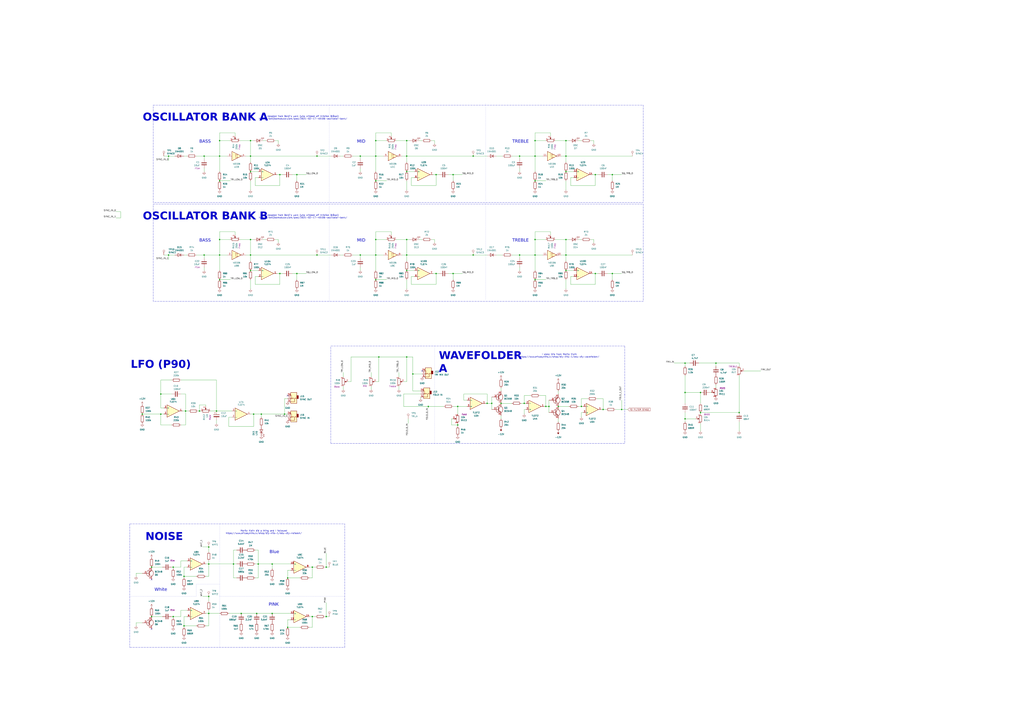
<source format=kicad_sch>
(kicad_sch (version 20231120) (generator "eeschema") (generator_version "8.0")
  (paper "A1")
  (title_block (title "Audio Thing Template") (rev "1.0") (company "velvia-fifty") (comment 1 "https://github.com/velvia-fifty/AudioThings") (comment 2 "You should have changed this already :)") (comment 4 "Stay humble"))
  (junction (at 372.11 143.51))
  (junction (at 116.84 340.36))
  (junction (at 311.15 293.37))
  (junction (at 180.34 115.57))
  (junction (at 171.45 449.58))
  (junction (at 267.97 506.73))
  (junction (at 191.77 463.55))
  (junction (at 260.35 128.27))
  (junction (at 205.74 140.97))
  (junction (at 388.62 209.55))
  (junction (at 308.61 209.55))
  (junction (at 180.34 229.87))
  (junction (at 562.61 344.17))
  (junction (at 426.72 128.27))
  (junction (at 243.84 143.51))
  (junction (at 212.09 463.55))
  (junction (at 124.46 506.73))
  (junction (at 464.82 196.85))
  (junction (at 142.24 506.73))
  (junction (at 308.61 196.85))
  (junction (at 510.54 336.55))
  (junction (at 464.82 115.57))
  (junction (at 171.45 463.55))
  (junction (at 205.74 128.27))
  (junction (at 138.43 128.27))
  (junction (at 223.52 504.19))
  (junction (at 562.61 298.45))
  (junction (at 308.61 115.57))
  (junction (at 334.01 196.85))
  (junction (at 426.72 209.55))
  (junction (at 334.01 293.37))
  (junction (at 167.64 209.55))
  (junction (at 439.42 128.27))
  (junction (at 205.74 209.55))
  (junction (at 358.14 143.51))
  (junction (at 236.22 474.98))
  (junction (at 229.87 224.79))
  (junction (at 205.74 196.85))
  (junction (at 439.42 148.59))
  (junction (at 334.01 115.57))
  (junction (at 464.82 128.27))
  (junction (at 464.82 140.97))
  (junction (at 229.87 143.51))
  (junction (at 488.95 143.51))
  (junction (at 464.82 209.55))
  (junction (at 138.43 209.55))
  (junction (at 132.08 323.85))
  (junction (at 334.01 209.55))
  (junction (at 152.4 337.82))
  (junction (at 388.62 128.27))
  (junction (at 403.86 331.47))
  (junction (at 308.61 128.27))
  (junction (at 358.14 224.79))
  (junction (at 430.53 331.47))
  (junction (at 223.52 463.55))
  (junction (at 439.42 229.87))
  (junction (at 450.85 334.01))
  (junction (at 308.61 229.87))
  (junction (at 180.34 148.59))
  (junction (at 171.45 504.19))
  (junction (at 464.82 222.25))
  (junction (at 334.01 222.25))
  (junction (at 180.34 196.85))
  (junction (at 439.42 196.85))
  (junction (at 177.8 337.82))
  (junction (at 260.35 209.55))
  (junction (at 210.82 504.19))
  (junction (at 180.34 128.27))
  (junction (at 495.3 336.55))
  (junction (at 458.47 334.01))
  (junction (at 295.91 128.27))
  (junction (at 233.68 340.36))
  (junction (at 167.64 128.27))
  (junction (at 439.42 115.57))
  (junction (at 477.52 334.01))
  (junction (at 588.01 298.45))
  (junction (at 124.46 466.09))
  (junction (at 400.05 331.47))
  (junction (at 339.09 307.34))
  (junction (at 214.63 340.36))
  (junction (at 375.92 349.25))
  (junction (at 256.54 506.73))
  (junction (at 448.31 334.01))
  (junction (at 295.91 209.55))
  (junction (at 171.45 490.22))
  (junction (at 267.97 466.09))
  (junction (at 575.31 339.09))
  (junction (at 334.01 140.97))
  (junction (at 132.08 340.36))
  (junction (at 502.92 224.79))
  (junction (at 256.54 466.09))
  (junction (at 575.31 322.58))
  (junction (at 236.22 515.62))
  (junction (at 208.28 340.36))
  (junction (at 334.01 128.27))
  (junction (at 488.95 224.79))
  (junction (at 351.79 334.01))
  (junction (at 198.12 504.19))
  (junction (at 163.83 337.82))
  (junction (at 308.61 148.59))
  (junction (at 205.74 222.25))
  (junction (at 372.11 224.79))
  (junction (at 205.74 115.57))
  (junction (at 439.42 209.55))
  (junction (at 151.13 514.35))
  (junction (at 411.48 331.47))
  (junction (at 151.13 473.71))
  (junction (at 562.61 322.58))
  (junction (at 243.84 224.79))
  (junction (at 607.06 339.09))
  (junction (at 375.92 334.01))
  (junction (at 142.24 466.09))
  (junction (at 180.34 209.55))
  (junction (at 502.92 143.51))
  (no_connect (at 236.22 325.12))
  (no_connect (at 184.15 92.71))
  (no_connect (at 124.46 476.25))
  (no_connect (at 184.15 173.99))
  (no_connect (at 346.71 304.8))
  (no_connect (at 124.46 516.89))
  (wire (pts (xy 229.87 152.4) (xy 229.87 143.51)))
  (wire (pts (xy 295.91 222.25) (xy 295.91 219.71)))
  (wire (pts (xy 191.77 452.12) (xy 191.77 463.55)))
  (wire (pts (xy 161.29 209.55) (xy 167.64 209.55)))
  (wire (pts (xy 289.56 128.27) (xy 295.91 128.27)))
  (wire (pts (xy 358.14 143.51) (xy 360.68 143.51)))
  (wire (pts (xy 426.72 130.81) (xy 426.72 128.27)))
  (wire (pts (xy 205.74 128.27) (xy 260.35 128.27)))
  (wire (pts (xy 494.03 336.55) (xy 495.3 336.55)))
  (wire (pts (xy 372.11 143.51) (xy 379.73 143.51)))
  (wire (pts (xy 562.61 344.17) (xy 562.61 346.71)))
  (wire (pts (xy 311.15 293.37) (xy 311.15 313.69)))
  (wire (pts (xy 180.34 209.55) (xy 186.69 209.55)))
  (wire (pts (xy 321.31 193.04) (xy 321.31 190.5)))
  (wire (pts (xy 477.52 196.85) (xy 474.98 196.85)))
  (wire (pts (xy 167.64 130.81) (xy 167.64 128.27)))
  (wire (pts (xy 212.09 146.05) (xy 209.55 146.05)))
  (wire (pts (xy 133.35 506.73) (xy 124.46 506.73)))
  (wire (pts (xy 439.42 209.55) (xy 439.42 222.25)))
  (wire (pts (xy 477.52 115.57) (xy 474.98 115.57)))
  (wire (pts (xy 372.11 224.79) (xy 379.73 224.79)))
  (wire (pts (xy 180.34 115.57) (xy 180.34 128.27)))
  (wire (pts (xy 167.64 140.97) (xy 167.64 138.43)))
  (wire (pts (xy 308.61 313.69) (xy 311.15 313.69)))
  (wire (pts (xy 229.87 143.51) (xy 227.33 143.51)))
  (wire (pts (xy 339.09 307.34) (xy 346.71 307.34)))
  (wire (pts (xy 308.61 128.27) (xy 308.61 140.97)))
  (wire (pts (xy 180.34 128.27) (xy 186.69 128.27)))
  (wire (pts (xy 193.04 111.76) (xy 193.04 109.22)))
  (wire (pts (xy 464.82 209.55) (xy 464.82 196.85)))
  (wire (pts (xy 190.5 342.9) (xy 187.96 342.9)))
  (wire (pts (xy 334.01 196.85) (xy 325.12 196.85)))
  (wire (pts (xy 375.92 334.01) (xy 372.11 334.01)))
  (wire (pts (xy 168.91 473.71) (xy 171.45 473.71)))
  (wire (pts (xy 167.64 128.27) (xy 180.34 128.27)))
  (wire (pts (xy 339.09 307.34) (xy 339.09 293.37)))
  (wire (pts (xy 339.09 321.31) (xy 339.09 307.34)))
  (wire (pts (xy 485.14 196.85) (xy 487.68 196.85)))
  (wire (pts (xy 488.95 224.79) (xy 491.49 224.79)))
  (wire (pts (xy 168.91 332.74) (xy 163.83 332.74)))
  (wire (pts (xy 171.45 504.19) (xy 168.91 504.19)))
  (wire (pts (xy 218.44 115.57) (xy 215.9 115.57)))
  (wire (pts (xy 142.24 508) (xy 142.24 506.73)))
  (wire (pts (xy 193.04 190.5) (xy 180.34 190.5)))
  (wire (pts (xy 450.85 334.01) (xy 450.85 339.09)))
  (wire (pts (xy 193.04 109.22) (xy 180.34 109.22)))
  (wire (pts (xy 368.3 224.79) (xy 372.11 224.79)))
  (wire (pts (xy 331.47 334.01) (xy 351.79 334.01)))
  (wire (pts (xy 487.68 196.85) (xy 487.68 199.39)))
  (wire (pts (xy 334.01 209.55) (xy 334.01 196.85)))
  (wire (pts (xy 351.79 334.01) (xy 364.49 334.01)))
  (wire (pts (xy 471.17 222.25) (xy 464.82 222.25)))
  (wire (pts (xy 430.53 336.55) (xy 431.8 336.55)))
  (wire (pts (xy 381 323.85) (xy 400.05 323.85)))
  (wire (pts (xy 168.91 514.35) (xy 171.45 514.35)))
  (polyline (pts (xy 270.51 167.64) (xy 270.51 247.65)) (stroke (width 0) (type dot)))
  (wire (pts (xy 439.42 128.27) (xy 445.77 128.27)))
  (polyline (pts (xy 271.78 364.49) (xy 271.78 284.48)) (stroke (width 0) (type dash)))
  (wire (pts (xy 138.43 213.36) (xy 138.43 209.55)))
  (wire (pts (xy 134.62 209.55) (xy 138.43 209.55)))
  (wire (pts (xy 281.94 306.07) (xy 281.94 309.88)))
  (wire (pts (xy 218.44 196.85) (xy 215.9 196.85)))
  (wire (pts (xy 482.6 327.66) (xy 477.52 327.66)))
  (wire (pts (xy 308.61 209.55) (xy 314.96 209.55)))
  (wire (pts (xy 458.47 321.31) (xy 458.47 323.85)))
  (wire (pts (xy 212.09 463.55) (xy 212.09 474.98)))
  (wire (pts (xy 308.61 229.87) (xy 317.5 229.87)))
  (wire (pts (xy 383.54 334.01) (xy 375.92 334.01)))
  (wire (pts (xy 562.61 308.61) (xy 562.61 322.58)))
  (polyline (pts (xy 356.87 284.48) (xy 356.87 364.49)) (stroke (width 0) (type dot)))
  (wire (pts (xy 210.82 504.19) (xy 223.52 504.19)))
  (wire (pts (xy 238.76 468.63) (xy 236.22 468.63)))
  (wire (pts (xy 171.45 449.58) (xy 171.45 453.39)))
  (wire (pts (xy 464.82 229.87) (xy 464.82 237.49)))
  (wire (pts (xy 138.43 209.55) (xy 143.51 209.55)))
  (wire (pts (xy 266.7 506.73) (xy 267.97 506.73)))
  (wire (pts (xy 289.56 209.55) (xy 295.91 209.55)))
  (wire (pts (xy 340.36 146.05) (xy 337.82 146.05)))
  (wire (pts (xy 212.09 140.97) (xy 205.74 140.97)))
  (wire (pts (xy 471.17 146.05) (xy 468.63 146.05)))
  (wire (pts (xy 439.42 115.57) (xy 448.31 115.57)))
  (wire (pts (xy 228.6 115.57) (xy 228.6 118.11)))
  (wire (pts (xy 308.61 128.27) (xy 314.96 128.27)))
  (wire (pts (xy 607.06 339.09) (xy 607.06 308.61)))
  (wire (pts (xy 464.82 128.27) (xy 464.82 115.57)))
  (wire (pts (xy 152.4 337.82) (xy 154.94 337.82)))
  (polyline (pts (xy 106.68 490.22) (xy 161.29 490.22)) (stroke (width 0) (type dot)))
  (wire (pts (xy 267.97 454.66) (xy 267.97 466.09)))
  (wire (pts (xy 439.42 190.5) (xy 439.42 196.85)))
  (wire (pts (xy 266.7 466.09) (xy 267.97 466.09)))
  (wire (pts (xy 439.42 128.27) (xy 439.42 140.97)))
  (wire (pts (xy 208.28 196.85) (xy 205.74 196.85)))
  (wire (pts (xy 351.79 335.28) (xy 351.79 334.01)))
  (wire (pts (xy 256.54 515.62) (xy 256.54 506.73)))
  (wire (pts (xy 334.01 148.59) (xy 334.01 156.21)))
  (wire (pts (xy 334.01 128.27) (xy 334.01 115.57)))
  (wire (pts (xy 233.68 327.66) (xy 233.68 340.36)))
  (wire (pts (xy 148.59 349.25) (xy 152.4 349.25)))
  (wire (pts (xy 426.72 212.09) (xy 426.72 209.55)))
  (wire (pts (xy 228.6 196.85) (xy 228.6 199.39)))
  (wire (pts (xy 209.55 233.68) (xy 229.87 233.68)))
  (wire (pts (xy 562.61 298.45) (xy 566.42 298.45)))
  (wire (pts (xy 152.4 323.85) (xy 152.4 337.82)))
  (wire (pts (xy 201.93 128.27) (xy 205.74 128.27)))
  (wire (pts (xy 477.52 334.01) (xy 474.98 334.01)))
  (wire (pts (xy 607.06 354.33) (xy 607.06 346.71)))
  (wire (pts (xy 132.08 323.85) (xy 140.97 323.85)))
  (wire (pts (xy 464.82 209.55) (xy 464.82 214.63)))
  (wire (pts (xy 334.01 128.27) (xy 388.62 128.27)))
  (polyline (pts (xy 398.78 166.37) (xy 398.78 246.38)) (stroke (width 0) (type dot)))
  (wire (pts (xy 368.3 143.51) (xy 372.11 143.51)))
  (wire (pts (xy 133.35 466.09) (xy 124.46 466.09)))
  (wire (pts (xy 452.12 190.5) (xy 439.42 190.5)))
  (wire (pts (xy 205.74 196.85) (xy 196.85 196.85)))
  (wire (pts (xy 426.72 140.97) (xy 426.72 138.43)))
  (wire (pts (xy 487.68 115.57) (xy 487.68 118.11)))
  (wire (pts (xy 321.31 111.76) (xy 321.31 109.22)))
  (wire (pts (xy 468.63 227.33) (xy 468.63 233.68)))
  (wire (pts (xy 339.09 293.37) (xy 334.01 293.37)))
  (wire (pts (xy 477.52 339.09) (xy 478.79 339.09)))
  (wire (pts (xy 191.77 474.98) (xy 191.77 463.55)))
  (wire (pts (xy 295.91 130.81) (xy 295.91 128.27)))
  (wire (pts (xy 212.09 222.25) (xy 205.74 222.25)))
  (wire (pts (xy 490.22 327.66) (xy 495.3 327.66)))
  (wire (pts (xy 358.14 143.51) (xy 355.6 143.51)))
  (polyline (pts (xy 180.34 490.22) (xy 283.21 490.22)) (stroke (width 0) (type dot)))
  (wire (pts (xy 372.11 229.87) (xy 372.11 224.79)))
  (wire (pts (xy 180.34 128.27) (xy 180.34 140.97)))
  (wire (pts (xy 383.54 328.93) (xy 381 328.93)))
  (wire (pts (xy 151.13 128.27) (xy 153.67 128.27)))
  (wire (pts (xy 562.61 322.58) (xy 575.31 322.58)))
  (wire (pts (xy 439.42 115.57) (xy 439.42 128.27)))
  (wire (pts (xy 485.14 115.57) (xy 487.68 115.57)))
  (wire (pts (xy 223.52 467.36) (xy 223.52 463.55)))
  (wire (pts (xy 308.61 196.85) (xy 317.5 196.85)))
  (wire (pts (xy 229.87 233.68) (xy 229.87 224.79)))
  (wire (pts (xy 488.95 233.68) (xy 488.95 224.79)))
  (wire (pts (xy 477.52 342.9) (xy 477.52 339.09)))
  (polyline (pts (xy 106.68 430.53) (xy 283.21 430.53)) (stroke (width 0) (type dash)))
  (wire (pts (xy 233.68 340.36) (xy 236.22 340.36)))
  (polyline (pts (xy 180.34 430.53) (xy 180.34 490.22)) (stroke (width 0) (type dot)))
  (wire (pts (xy 510.54 336.55) (xy 515.62 336.55)))
  (wire (pts (xy 588.01 318.77) (xy 588.01 316.23)))
  (wire (pts (xy 243.84 143.51) (xy 251.46 143.51)))
  (wire (pts (xy 259.08 506.73) (xy 256.54 506.73)))
  (wire (pts (xy 209.55 152.4) (xy 229.87 152.4)))
  (wire (pts (xy 426.72 128.27) (xy 439.42 128.27)))
  (wire (pts (xy 502.92 143.51) (xy 510.54 143.51)))
  (wire (pts (xy 400.05 331.47) (xy 398.78 331.47)))
  (wire (pts (xy 562.61 344.17) (xy 571.5 344.17)))
  (wire (pts (xy 452.12 109.22) (xy 439.42 109.22)))
  (wire (pts (xy 308.61 115.57) (xy 317.5 115.57)))
  (wire (pts (xy 99.06 179.07) (xy 99.06 173.99)))
  (polyline (pts (xy 106.68 430.53) (xy 106.68 532.13)) (stroke (width 0) (type dash)))
  (wire (pts (xy 163.83 332.74) (xy 163.83 337.82)))
  (wire (pts (xy 461.01 209.55) (xy 464.82 209.55)))
  (wire (pts (xy 426.72 209.55) (xy 439.42 209.55)))
  (wire (pts (xy 111.76 471.17) (xy 111.76 473.71)))
  (wire (pts (xy 420.37 209.55) (xy 426.72 209.55)))
  (polyline (pts (xy 161.29 480.06) (xy 161.29 490.22)) (stroke (width 0) (type dot)))
  (wire (pts (xy 375.92 347.98) (xy 375.92 349.25)))
  (wire (pts (xy 205.74 229.87) (xy 205.74 237.49)))
  (wire (pts (xy 430.53 325.12) (xy 430.53 331.47)))
  (wire (pts (xy 99.06 173.99) (xy 95.25 173.99)))
  (wire (pts (xy 334.01 229.87) (xy 334.01 237.49)))
  (wire (pts (xy 467.36 334.01) (xy 458.47 334.01)))
  (wire (pts (xy 340.36 140.97) (xy 334.01 140.97)))
  (wire (pts (xy 477.52 327.66) (xy 477.52 334.01)))
  (wire (pts (xy 180.34 115.57) (xy 189.23 115.57)))
  (wire (pts (xy 340.36 227.33) (xy 337.82 227.33)))
  (wire (pts (xy 562.61 300.99) (xy 562.61 298.45)))
  (wire (pts (xy 439.42 196.85) (xy 448.31 196.85)))
  (wire (pts (xy 575.31 331.47) (xy 575.31 322.58)))
  (wire (pts (xy 354.33 115.57) (xy 356.87 115.57)))
  (wire (pts (xy 149.86 337.82) (xy 152.4 337.82)))
  (wire (pts (xy 171.45 514.35) (xy 171.45 504.19)))
  (wire (pts (xy 575.31 354.33) (xy 575.31 347.98)))
  (wire (pts (xy 243.84 229.87) (xy 243.84 224.79)))
  (wire (pts (xy 486.41 224.79) (xy 488.95 224.79)))
  (wire (pts (xy 132.08 323.85) (xy 132.08 335.28)))
  (polyline (pts (xy 180.34 480.06) (xy 161.29 480.06)) (stroke (width 0) (type dot)))
  (wire (pts (xy 330.2 128.27) (xy 334.01 128.27)))
  (wire (pts (xy 151.13 466.09) (xy 153.67 466.09)))
  (wire (pts (xy 256.54 466.09) (xy 254 466.09)))
  (wire (pts (xy 256.54 506.73) (xy 254 506.73)))
  (wire (pts (xy 337.82 146.05) (xy 337.82 152.4)))
  (wire (pts (xy 471.17 227.33) (xy 468.63 227.33)))
  (wire (pts (xy 201.93 209.55) (xy 205.74 209.55)))
  (wire (pts (xy 464.82 128.27) (xy 464.82 133.35)))
  (wire (pts (xy 468.63 152.4) (xy 488.95 152.4)))
  (wire (pts (xy 254 515.62) (xy 256.54 515.62)))
  (wire (pts (xy 488.95 152.4) (xy 488.95 143.51)))
  (wire (pts (xy 495.3 336.55) (xy 497.84 336.55)))
  (wire (pts (xy 588.01 300.99) (xy 588.01 298.45)))
  (wire (pts (xy 214.63 340.36) (xy 208.28 340.36)))
  (wire (pts (xy 467.36 196.85) (xy 464.82 196.85)))
  (wire (pts (xy 116.84 471.17) (xy 111.76 471.17)))
  (wire (pts (xy 166.37 490.22) (xy 171.45 490.22)))
  (wire (pts (xy 334.01 293.37) (xy 334.01 313.69)))
  (wire (pts (xy 259.08 466.09) (xy 256.54 466.09)))
  (wire (pts (xy 381 328.93) (xy 381 323.85)))
  (wire (pts (xy 458.47 346.71) (xy 458.47 344.17)))
  (wire (pts (xy 411.48 344.17) (xy 411.48 341.63)))
  (wire (pts (xy 403.86 331.47) (xy 400.05 331.47)))
  (wire (pts (xy 161.29 473.71) (xy 151.13 473.71)))
  (wire (pts (xy 132.08 312.42) (xy 132.08 323.85)))
  (wire (pts (xy 304.8 320.04) (xy 304.8 317.5)))
  (wire (pts (xy 334.01 128.27) (xy 334.01 133.35)))
  (wire (pts (xy 151.13 209.55) (xy 153.67 209.55)))
  (wire (pts (xy 553.72 298.45) (xy 562.61 298.45)))
  (wire (pts (xy 180.34 109.22) (xy 180.34 115.57)))
  (wire (pts (xy 450.85 328.93) (xy 450.85 334.01)))
  (wire (pts (xy 443.23 325.12) (xy 448.31 325.12)))
  (wire (pts (xy 358.14 224.79) (xy 355.6 224.79)))
  (wire (pts (xy 346.71 115.57) (xy 344.17 115.57)))
  (wire (pts (xy 151.13 474.98) (xy 151.13 473.71)))
  (wire (pts (xy 420.37 331.47) (xy 411.48 331.47)))
  (wire (pts (xy 295.91 212.09) (xy 295.91 209.55)))
  (wire (pts (xy 582.93 322.58) (xy 584.2 322.58)))
  (polyline (pts (xy 513.08 284.48) (xy 513.08 364.49)) (stroke (width 0) (type dash)))
  (wire (pts (xy 308.61 209.55) (xy 308.61 222.25)))
  (wire (pts (xy 205.74 128.27) (xy 205.74 115.57)))
  (wire (pts (xy 430.53 331.47) (xy 427.99 331.47)))
  (wire (pts (xy 140.97 312.42) (xy 132.08 312.42)))
  (wire (pts (xy 171.45 501.65) (xy 171.45 504.19)))
  (wire (pts (xy 400.05 209.55) (xy 388.62 209.55)))
  (wire (pts (xy 372.11 148.59) (xy 372.11 143.51)))
  (wire (pts (xy 345.44 321.31) (xy 339.09 321.31)))
  (wire (pts (xy 403.86 331.47) (xy 403.86 336.55)))
  (wire (pts (xy 431.8 331.47) (xy 430.53 331.47)))
  (wire (pts (xy 148.59 312.42) (xy 177.8 312.42)))
  (wire (pts (xy 208.28 115.57) (xy 205.74 115.57)))
  (wire (pts (xy 229.87 224.79) (xy 227.33 224.79)))
  (wire (pts (xy 403.86 326.39) (xy 403.86 331.47)))
  (wire (pts (xy 194.31 474.98) (xy 191.77 474.98)))
  (wire (pts (xy 439.42 148.59) (xy 448.31 148.59)))
  (wire (pts (xy 400.05 323.85) (xy 400.05 331.47)))
  (wire (pts (xy 468.63 233.68) (xy 488.95 233.68)))
  (wire (pts (xy 288.29 293.37) (xy 311.15 293.37)))
  (wire (pts (xy 212.09 463.55) (xy 223.52 463.55)))
  (wire (pts (xy 308.61 115.57) (xy 308.61 128.27)))
  (wire (pts (xy 439.42 109.22) (xy 439.42 115.57)))
  (wire (pts (xy 370.84 344.17) (xy 372.11 344.17)))
  (wire (pts (xy 132.08 335.28) (xy 134.62 335.28)))
  (wire (pts (xy 448.31 334.01) (xy 447.04 334.01)))
  (wire (pts (xy 226.06 196.85) (xy 228.6 196.85)))
  (wire (pts (xy 295.91 209.55) (xy 308.61 209.55)))
  (wire (pts (xy 138.43 128.27) (xy 143.51 128.27)))
  (wire (pts (xy 495.3 327.66) (xy 495.3 336.55)))
  (wire (pts (xy 187.96 342.9) (xy 187.96 350.52)))
  (wire (pts (xy 330.2 209.55) (xy 334.01 209.55)))
  (wire (pts (xy 208.28 350.52) (xy 208.28 340.36)))
  (wire (pts (xy 161.29 128.27) (xy 167.64 128.27)))
  (wire (pts (xy 163.83 337.82) (xy 162.56 337.82)))
  (wire (pts (xy 370.84 349.25) (xy 370.84 344.17)))
  (wire (pts (xy 168.91 334.01) (xy 168.91 332.74)))
  (wire (pts (xy 448.31 325.12) (xy 448.31 334.01)))
  (wire (pts (xy 116.84 511.81) (xy 111.76 511.81)))
  (wire (pts (xy 337.82 227.33) (xy 337.82 233.68)))
  (wire (pts (xy 151.13 515.62) (xy 151.13 514.35)))
  (wire (pts (xy 148.59 466.09) (xy 142.24 466.09)))
  (wire (pts (xy 308.61 190.5) (xy 308.61 196.85)))
  (wire (pts (xy 337.82 233.68) (xy 358.14 233.68)))
  (wire (pts (xy 340.36 222.25) (xy 334.01 222.25)))
  (wire (pts (xy 267.97 506.73) (xy 270.51 506.73)))
  (wire (pts (xy 205.74 115.57) (xy 196.85 115.57)))
  (wire (pts (xy 95.25 179.07) (xy 99.06 179.07)))
  (wire (pts (xy 439.42 229.87) (xy 448.31 229.87)))
  (wire (pts (xy 488.95 143.51) (xy 491.49 143.51)))
  (polyline (pts (xy 513.08 325.12) (xy 513.08 323.85)) (stroke (width 0) (type dash)))
  (wire (pts (xy 236.22 515.62) (xy 246.38 515.62)))
  (wire (pts (xy 148.59 506.73) (xy 142.24 506.73)))
  (wire (pts (xy 562.61 339.09) (xy 562.61 344.17)))
  (wire (pts (xy 281.94 320.04) (xy 281.94 317.5)))
  (wire (pts (xy 358.14 233.68) (xy 358.14 224.79)))
  (polyline (pts (xy 106.68 532.13) (xy 283.21 532.13)) (stroke (width 0) (type dash)))
  (wire (pts (xy 171.45 490.22) (xy 171.45 494.03)))
  (wire (pts (xy 464.82 196.85) (xy 455.93 196.85)))
  (wire (pts (xy 334.01 209.55) (xy 388.62 209.55)))
  (wire (pts (xy 153.67 461.01) (xy 148.59 461.01)))
  (wire (pts (xy 354.33 196.85) (xy 356.87 196.85)))
  (wire (pts (xy 279.4 128.27) (xy 281.94 128.27)))
  (wire (pts (xy 214.63 342.9) (xy 214.63 340.36)))
  (wire (pts (xy 142.24 467.36) (xy 142.24 466.09)))
  (polyline (pts (xy 455.93 364.49) (xy 271.78 364.49)) (stroke (width 0) (type dash)))
  (wire (pts (xy 400.05 128.27) (xy 388.62 128.27)))
  (wire (pts (xy 205.74 209.55) (xy 205.74 196.85)))
  (wire (pts (xy 464.82 148.59) (xy 464.82 156.21)))
  (wire (pts (xy 171.45 463.55) (xy 168.91 463.55)))
  (wire (pts (xy 171.45 504.19) (xy 180.34 504.19)))
  (wire (pts (xy 134.62 128.27) (xy 138.43 128.27)))
  (wire (pts (xy 223.52 463.55) (xy 238.76 463.55)))
  (wire (pts (xy 166.37 449.58) (xy 171.45 449.58)))
  (wire (pts (xy 574.04 298.45) (xy 588.01 298.45)))
  (wire (pts (xy 267.97 466.09) (xy 270.51 466.09)))
  (wire (pts (xy 229.87 143.51) (xy 232.41 143.51)))
  (wire (pts (xy 336.55 115.57) (xy 334.01 115.57)))
  (wire (pts (xy 279.4 209.55) (xy 281.94 209.55)))
  (wire (pts (xy 205.74 128.27) (xy 205.74 133.35)))
  (wire (pts (xy 212.09 227.33) (xy 209.55 227.33)))
  (wire (pts (xy 187.96 350.52) (xy 208.28 350.52)))
  (wire (pts (xy 327.66 306.07) (xy 327.66 309.88)))
  (wire (pts (xy 375.92 349.25) (xy 370.84 349.25)))
  (wire (pts (xy 308.61 148.59) (xy 317.5 148.59)))
  (wire (pts (xy 321.31 190.5) (xy 308.61 190.5)))
  (wire (pts (xy 562.61 331.47) (xy 562.61 322.58)))
  (wire (pts (xy 229.87 224.79) (xy 232.41 224.79)))
  (wire (pts (xy 236.22 327.66) (xy 233.68 327.66)))
  (wire (pts (xy 111.76 511.81) (xy 111.76 514.35)))
  (wire (pts (xy 271.78 128.27) (xy 260.35 128.27)))
  (wire (pts (xy 254 474.98) (xy 256.54 474.98)))
  (wire (pts (xy 132.08 340.36) (xy 134.62 340.36)))
  (wire (pts (xy 180.34 196.85) (xy 189.23 196.85)))
  (polyline (pts (xy 270.51 86.36) (xy 270.51 166.37)) (stroke (width 0) (type dot)))
  (wire (pts (xy 358.14 152.4) (xy 358.14 143.51)))
  (wire (pts (xy 420.37 128.27) (xy 426.72 128.27)))
  (wire (pts (xy 356.87 115.57) (xy 356.87 118.11)))
  (wire (pts (xy 180.34 209.55) (xy 180.34 222.25)))
  (wire (pts (xy 448.31 334.01) (xy 450.85 334.01)))
  (wire (pts (xy 208.28 340.36) (xy 205.74 340.36)))
  (wire (pts (xy 407.67 128.27) (xy 412.75 128.27)))
  (wire (pts (xy 177.8 337.82) (xy 177.8 312.42)))
  (wire (pts (xy 464.82 209.55) (xy 519.43 209.55)))
  (wire (pts (xy 198.12 504.19) (xy 210.82 504.19)))
  (wire (pts (xy 236.22 474.98) (xy 246.38 474.98)))
  (wire (pts (xy 336.55 196.85) (xy 334.01 196.85)))
  (wire (pts (xy 205.74 148.59) (xy 205.74 156.21)))
  (wire (pts (xy 575.31 339.09) (xy 607.06 339.09)))
  (wire (pts (xy 153.67 501.65) (xy 148.59 501.65)))
  (polyline (pts (xy 180.34 490.22) (xy 180.34 532.13)) (stroke (width 0) (type dot)))
  (polyline (pts (xy 283.21 532.13) (xy 283.21 430.53)) (stroke (width 0) (type dash)))
  (wire (pts (xy 151.13 473.71) (xy 151.13 466.09)))
  (wire (pts (xy 331.47 313.69) (xy 334.01 313.69)))
  (wire (pts (xy 209.55 227.33) (xy 209.55 233.68)))
  (wire (pts (xy 209.55 474.98) (xy 212.09 474.98)))
  (wire (pts (xy 345.44 323.85) (xy 331.47 323.85)))
  (wire (pts (xy 177.8 337.82) (xy 190.5 337.82)))
  (wire (pts (xy 116.84 340.36) (xy 132.08 340.36)))
  (wire (pts (xy 471.17 140.97) (xy 464.82 140.97)))
  (polyline (pts (xy 271.78 284.48) (xy 513.08 284.48)) (stroke (width 0) (type dash)))
  (polyline (pts (xy 398.78 85.09) (xy 398.78 165.1)) (stroke (width 0) (type dot)))
  (wire (pts (xy 180.34 190.5) (xy 180.34 196.85)))
  (wire (pts (xy 288.29 313.69) (xy 288.29 293.37)))
  (wire (pts (xy 205.74 209.55) (xy 260.35 209.55)))
  (wire (pts (xy 505.46 336.55) (xy 510.54 336.55)))
  (wire (pts (xy 271.78 209.55) (xy 260.35 209.55)))
  (wire (pts (xy 358.14 224.79) (xy 360.68 224.79)))
  (wire (pts (xy 142.24 466.09) (xy 140.97 466.09)))
  (wire (pts (xy 439.42 209.55) (xy 445.77 209.55)))
  (wire (pts (xy 311.15 293.37) (xy 334.01 293.37)))
  (wire (pts (xy 226.06 115.57) (xy 228.6 115.57)))
  (wire (pts (xy 499.11 224.79) (xy 502.92 224.79)))
  (wire (pts (xy 209.55 463.55) (xy 212.09 463.55)))
  (wire (pts (xy 209.55 146.05) (xy 209.55 152.4)))
  (wire (pts (xy 452.12 193.04) (xy 452.12 190.5)))
  (wire (pts (xy 256.54 474.98) (xy 256.54 466.09)))
  (wire (pts (xy 610.87 304.8) (xy 624.84 304.8)))
  (wire (pts (xy 167.64 209.55) (xy 180.34 209.55)))
  (wire (pts (xy 161.29 514.35) (xy 151.13 514.35)))
  (wire (pts (xy 167.64 212.09) (xy 167.64 209.55)))
  (wire (pts (xy 407.67 209.55) (xy 412.75 209.55)))
  (wire (pts (xy 502.92 229.87) (xy 502.92 224.79)))
  (wire (pts (xy 243.84 148.59) (xy 243.84 143.51)))
  (wire (pts (xy 304.8 306.07) (xy 304.8 309.88)))
  (wire (pts (xy 267.97 495.3) (xy 267.97 506.73)))
  (wire (pts (xy 327.66 320.04) (xy 327.66 317.5)))
  (wire (pts (xy 295.91 140.97) (xy 295.91 138.43)))
  (wire (pts (xy 240.03 143.51) (xy 243.84 143.51)))
  (wire (pts (xy 151.13 506.73) (xy 153.67 506.73)))
  (wire (pts (xy 308.61 109.22) (xy 308.61 115.57)))
  (wire (pts (xy 356.87 196.85) (xy 356.87 199.39)))
  (wire (pts (xy 335.28 347.98) (xy 335.28 344.17)))
  (wire (pts (xy 375.92 349.25) (xy 375.92 350.52)))
  (wire (pts (xy 375.92 340.36) (xy 375.92 334.01)))
  (wire (pts (xy 337.82 152.4) (xy 358.14 152.4)))
  (wire (pts (xy 148.59 461.01) (xy 148.59 466.09)))
  (wire (pts (xy 138.43 132.08) (xy 138.43 128.27)))
  (wire (pts (xy 212.09 452.12) (xy 212.09 463.55)))
  (wire (pts (xy 165.1 337.82) (xy 163.83 337.82)))
  (wire (pts (xy 575.31 340.36) (xy 575.31 339.09)))
  (wire (pts (xy 334.01 115.57) (xy 325.12 115.57)))
  (wire (pts (xy 308.61 196.85) (xy 308.61 209.55)))
  (wire (pts (xy 236.22 509.27) (xy 236.22 515.62)))
  (wire (pts (xy 238.76 509.27) (xy 236.22 509.27)))
  (wire (pts (xy 209.55 452.12) (xy 212.09 452.12)))
  (wire (pts (xy 214.63 340.36) (xy 233.68 340.36)))
  (wire (pts (xy 346.71 196.85) (xy 344.17 196.85)))
  (wire (pts (xy 167.64 222.25) (xy 167.64 219.71)))
  (wire (pts (xy 148.59 501.65) (xy 148.59 506.73)))
  (wire (pts (xy 142.24 506.73) (xy 140.97 506.73)))
  (wire (pts (xy 426.72 222.25) (xy 426.72 219.71)))
  (wire (pts (xy 464.82 128.27) (xy 519.43 128.27)))
  (polyline (pts (xy 513.08 364.49) (xy 455.93 364.49)) (stroke (width 0) (type dash)))
  (wire (pts (xy 171.45 461.01) (xy 171.45 463.55)))
  (wire (pts (xy 510.54 328.93) (xy 510.54 336.55)))
  (wire (pts (xy 193.04 193.04) (xy 193.04 190.5)))
  (wire (pts (xy 240.03 224.79) (xy 243.84 224.79)))
  (wire (pts (xy 435.61 325.12) (xy 430.53 325.12)))
  (wire (pts (xy 502.92 148.59) (xy 502.92 143.51)))
  (wire (pts (xy 132.08 340.36) (xy 132.08 349.25)))
  (wire (pts (xy 148.59 323.85) (xy 152.4 323.85)))
  (wire (pts (xy 345.44 326.39) (xy 345.44 327.66)))
  (wire (pts (xy 172.72 337.82) (xy 177.8 337.82)))
  (wire (pts (xy 236.22 468.63) (xy 236.22 474.98)))
  (wire (pts (xy 452.12 111.76) (xy 452.12 109.22)))
  (wire (pts (xy 151.13 514.35) (xy 151.13 506.73)))
  (wire (pts (xy 171.45 463.55) (xy 191.77 463.55)))
  (wire (pts (xy 468.63 146.05) (xy 468.63 152.4)))
  (wire (pts (xy 177.8 347.98) (xy 177.8 345.44)))
  (wire (pts (xy 295.91 128.27) (xy 308.61 128.27)))
  (wire (pts (xy 607.06 298.45) (xy 588.01 298.45)))
  (wire (pts (xy 331.47 323.85) (xy 331.47 334.01)))
  (wire (pts (xy 411.48 318.77) (xy 411.48 321.31)))
  (wire (pts (xy 180.34 196.85) (xy 180.34 209.55)))
  (wire (pts (xy 439.42 196.85) (xy 439.42 209.55)))
  (wire (pts (xy 205.74 209.55) (xy 205.74 214.63)))
  (wire (pts (xy 486.41 143.51) (xy 488.95 143.51)))
  (wire (pts (xy 223.52 504.19) (xy 238.76 504.19)))
  (wire (pts (xy 152.4 349.25) (xy 152.4 337.82)))
  (wire (pts (xy 334.01 209.55) (xy 334.01 214.63)))
  (wire (pts (xy 171.45 473.71) (xy 171.45 463.55)))
  (wire (pts (xy 461.01 128.27) (xy 464.82 128.27)))
  (wire (pts (xy 499.11 143.51) (xy 502.92 143.51)))
  (wire (pts (xy 191.77 463.55) (xy 194.31 463.55)))
  (wire (pts (xy 243.84 224.79) (xy 251.46 224.79)))
  (wire (pts (xy 288.29 313.69) (xy 285.75 313.69)))
  (wire (pts (xy 194.31 452.12) (xy 191.77 452.12)))
  (wire (pts (xy 430.53 340.36) (xy 430.53 336.55)))
  (wire (pts (xy 180.34 229.87) (xy 189.23 229.87)))
  (wire (pts (xy 607.06 300.99) (xy 607.06 298.45)))
  (wire (pts (xy 180.34 148.59) (xy 189.23 148.59)))
  (wire (pts (xy 187.96 504.19) (xy 198.12 504.19)))
  (wire (pts (xy 321.31 109.22) (xy 308.61 109.22)))
  (wire (pts (xy 467.36 115.57) (xy 464.82 115.57)))
  (wire (pts (xy 478.79 334.01) (xy 477.52 334.01)))
  (wire (pts (xy 132.08 349.25) (xy 140.97 349.25)))
  (wire (pts (xy 464.82 115.57) (xy 455.93 115.57)))
  (wire (pts (xy 502.92 224.79) (xy 510.54 224.79)))
  (rectangle (start 125.73 86.36) (end 528.32 166.37) (stroke (width 0) (type dash)))
  (rectangle (start 125.73 167.64) (end 528.32 247.65) (stroke (width 0) (type dash)))
  (text "PINK" (at 224.79 497.586 0) (effects (font (size 2.54 2.54) (thickness 0.4763))))
  (text "Adapted from Benji's work (who cribbed off Kristian Blåsol)\nhttps://benjiaomodular.com/post/2021-02-17-40106-oscillator-bank/" (at 248.92 96.774 0) (effects (font (size 1.27 1.27))))
  (text "LFO (P90)" (at 132.08 301.498 0) (effects (font (size 6.35 6.35) (thickness 1.27) (bold yes))))
  (text "I stole this from Moritz Klein\nhttps://www.ericasynths.lv/shop/diy-kits-1/edu-diy-wavefolder/\n" (at 459.486 292.354 0) (effects (font (size 1.27 1.27))))
  (text "White" (at 132.08 485.394 0) (effects (font (size 2.54 2.54) (thickness 0.4763))))
  (text "TREBLE" (at 427.482 198.374 0) (effects (font (size 2.54 2.54) (thickness 0.4763))))
  (text "BASS" (at 168.402 198.374 0) (effects (font (size 2.54 2.54) (thickness 0.4763))))
  (text "MID" (at 296.672 117.094 0) (effects (font (size 2.54 2.54) (thickness 0.4763))))
  (text "OSCILLATOR BANK B" (at 168.656 179.578 0) (effects (font (size 6.35 6.35) (thickness 1.27) (bold yes))))
  (text "Moritz Klein did a thing and I followed\nhttps://www.ericasynths.lv/shop/diy-kits-1/edu-diy-noisesh/" (at 216.662 437.388 0) (effects (font (size 1.27 1.27))))
  (text "Adapted from Benji's work (who cribbed off Kristian Blåsol)\nhttps://benjiaomodular.com/post/2021-02-17-40106-oscillator-bank/" (at 248.92 178.054 0) (effects (font (size 1.27 1.27))))
  (text "NOISE" (at 134.874 442.976 0) (effects (font (size 6.35 6.35) (thickness 1.27) (bold yes))))
  (text "Blue" (at 225.298 454.406 0) (effects (font (size 2.54 2.54) (thickness 0.4763))))
  (text "MID" (at 296.672 198.374 0) (effects (font (size 2.54 2.54) (thickness 0.4763))))
  (text "OSCILLATOR BANK A" (at 168.656 98.298 0) (effects (font (size 6.35 6.35) (thickness 1.27) (bold yes))))
  (text "TREBLE" (at 427.482 117.094 0) (effects (font (size 2.54 2.54) (thickness 0.4763))))
  (text "WAVEFOLDER\nA" (at 360.426 290.576 0) (effects (font (size 6.35 6.35) (thickness 1.27) (bold yes)) (justify left top)))
  (text "BASS" (at 168.402 117.094 0) (effects (font (size 2.54 2.54) (thickness 0.4763))))
  (label "TRI_MID_0" (at 304.8 306.07 90))
  (label "SYNC_IN_0" (at 95.25 173.99 180))
  (label "WHT_2" (at 166.37 490.22 90))
  (label "FOLD_1_OUT" (at 510.54 328.93 90))
  (label "SQ_MID_0" (at 379.73 224.79 0))
  (label "FOLD_0_IN" (at 351.79 335.28 270))
  (label "TRI_MID_0" (at 317.5 229.87 0))
  (label "PINK" (at 267.97 495.3 90))
  (label "SYNC_IN_1" (at 138.43 213.36 180))
  (label "SYNC_IN_0" (at 236.22 342.9 180))
  (label "TRI_TRB_0" (at 448.31 148.59 0))
  (label "TRI_LOW_0" (at 189.23 148.59 0))
  (label "TRI_TRB_0" (at 327.66 306.07 90))
  (label "SQ_LOW_0" (at 251.46 143.51 0))
  (label "FMV_OUT" (at 624.84 304.8 0))
  (label "WHT_1" (at 166.37 449.58 90))
  (label "TRI_LOW_0" (at 189.23 229.87 0))
  (label "SQ_LOW_0" (at 251.46 224.79 0))
  (label "TRI_LOW_0" (at 281.94 306.07 90))
  (label "SYNC_IN_0" (at 138.43 132.08 180))
  (label "FMV_IN" (at 553.72 298.45 180))
  (label "BLUE" (at 267.97 454.66 90))
  (label "SQ_TRB_0" (at 510.54 224.79 0))
  (label "TRI_TRB_0" (at 448.31 229.87 0))
  (label "TRI_MID_0" (at 317.5 148.59 0))
  (label "FOLD_0_IN" (at 335.28 347.98 270))
  (label "SYNC_IN_1" (at 95.25 179.07 180))
  (label "SQ_TRB_0" (at 510.54 143.51 0))
  (label "SQ_MID_0" (at 379.73 143.51 0))
  (global_label "TO FILTER STAGE" (shape input) (at 515.62 336.55 0) (property "Intersheetrefs" "${INTERSHEET_REFS}" (effects (hide yes))))
  (symbol (lib_id "power:GND") (at 426.72 222.25 0) (unit 1)
    (property "Reference" "#PWR081" (effects (hide yes)))
    (property "Value" "GND" (at 426.72 227.33 0))
    (property "Description" "Power symbol creates a global label with name \"GND\" , ground" (effects (hide yes)))
  )
  (symbol (lib_id "Transistor_BJT:BC548") (at 121.92 471.17 0) (mirror x) (unit 1)
    (property "Reference" "Q5" (at 127 472.4401 0) (effects (justify left)))
    (property "Value" "BC548" (at 127 469.9001 0) (effects (justify left)))
    (property "Footprint" "Package_TO_SOT_SMD:SOT-23-3" (effects (hide yes)))
    (property "Datasheet" "https://www.onsemi.com/pub/Collateral/BC550-D.pdf" (effects (hide yes)))
    (property "Description" "0.1A Ic, 30V Vce, Small Signal NPN Transistor, TO-92" (effects (hide yes)))
  )
  (symbol (lib_id "power:GND") (at 243.84 156.21 0) (unit 1)
    (property "Reference" "#PWR033" (effects (hide yes)))
    (property "Value" "GND" (at 243.84 161.29 0))
    (property "Description" "Power symbol creates a global label with name \"GND\" , ground" (effects (hide yes)))
  )
  (symbol (lib_id "Amplifier_Operational:TL074") (at 347.98 143.51 0) (unit 2)
    (property "Reference" "U2" (at 347.98 133.35 0))
    (property "Value" "TL074" (at 347.98 135.89 0))
    (property "Footprint" "Package_SO:TSSOP-14_4.4x5mm_P0.65mm" (effects (hide yes)))
    (property "Datasheet" "http://www.ti.com/lit/ds/symlink/tl071.pdf" (effects (hide yes)))
    (property "Description" "Quad Low-Noise JFET-Input Operational Amplifiers, DIP-14/SOIC-14" (effects (hide yes)))
  )
  (symbol (lib_id "Amplifier_Operational:TL074") (at 161.29 504.19 0) (unit 2)
    (property "Reference" "U8" (at 161.29 494.03 0))
    (property "Value" "TL074" (at 161.29 496.57 0))
    (property "Footprint" "Package_SO:TSSOP-14_4.4x5mm_P0.65mm" (effects (hide yes)))
    (property "Datasheet" "http://www.ti.com/lit/ds/symlink/tl071.pdf" (effects (hide yes)))
    (property "Description" "Quad Low-Noise JFET-Input Operational Amplifiers, DIP-14/SOIC-14" (effects (hide yes)))
  )
  (symbol (lib_id "power:GND") (at 464.82 156.21 0) (unit 1)
    (property "Reference" "#PWR038" (effects (hide yes)))
    (property "Value" "GND" (at 464.82 161.29 0))
    (property "Description" "Power symbol creates a global label with name \"GND\" , ground" (effects (hide yes)))
  )
  (symbol (lib_id "Device:R") (at 205.74 452.12 90) (unit 1)
    (property "Reference" "R47" (at 205.74 445.77 90))
    (property "Value" "1M" (at 205.74 448.31 90))
    (property "Footprint" "Resistor_SMD:R_0805_2012Metric_Pad1.20x1.40mm_HandSolder" (effects (hide yes)))
    (property "Description" "Resistor" (effects (hide yes)))
  )
  (symbol (lib_id "Device:R_Potentiometer") (at 452.12 196.85 270) (mirror x) (unit 1)
    (property "Reference" "RV17" (at 450.8499 199.39 0) (effects (justify right)))
    (property "Value" "100k" (at 453.3899 199.39 0) (effects (justify right)))
    (property "Footprint" "Potentiometer_THT:Potentiometer_Bourns_PTV09A-1_Single_Vertical" (effects (hide yes)))
    (property "Description" "Potentiometer" (effects (hide yes)))
    (property "Control" "Freq" (at 455.676 202.184 0) (effects (font (italic yes))))
  )
  (symbol (lib_id "4xxx:40106") (at 453.39 209.55 0) (mirror x) (unit 5)
    (property "Reference" "U9" (at 453.39 218.44 0))
    (property "Value" "40106" (at 453.39 215.9 0))
    (property "Footprint" "Package_SO:TSSOP-14_4.4x5mm_P0.65mm" (effects (hide yes)))
    (property "Datasheet" "https://assets.nexperia.com/documents/data-sheet/HEF40106B.pdf" (effects (hide yes)))
    (property "Description" "Hex Schmitt trigger inverter" (effects (hide yes)))
  )
  (symbol (lib_id "Device:R") (at 562.61 350.52 0) (unit 1)
    (property "Reference" "R45" (at 565.15 349.2499 0) (effects (justify left)))
    (property "Value" "680R" (at 565.15 351.7899 0) (effects (justify left)))
    (property "Footprint" "Resistor_SMD:R_0805_2012Metric_Pad1.20x1.40mm_HandSolder" (effects (hide yes)))
    (property "Description" "Resistor" (effects (hide yes)))
  )
  (symbol (lib_id "Device:R") (at 158.75 337.82 90) (unit 1)
    (property "Reference" "R39" (at 158.75 331.47 90))
    (property "Value" "10k" (at 158.75 334.01 90))
    (property "Footprint" "Resistor_SMD:R_0805_2012Metric_Pad1.20x1.40mm_HandSolder" (effects (hide yes)))
    (property "Description" "Resistor" (effects (hide yes)))
  )
  (symbol (lib_id "Amplifier_Operational:TL072") (at 391.16 331.47 0) (mirror x) (unit 1)
    (property "Reference" "U3" (at 391.16 341.63 0))
    (property "Value" "TL072" (at 391.16 339.09 0))
    (property "Footprint" "Package_SO:SOIC-8_3.9x4.9mm_P1.27mm" (effects (hide yes)))
    (property "Datasheet" "http://www.ti.com/lit/ds/symlink/tl071.pdf" (effects (hide yes)))
    (property "Description" "Dual Low-Noise JFET-Input Operational Amplifiers, DIP-8/SOIC-8" (effects (hide yes)))
  )
  (symbol (lib_id "power:GND") (at 346.71 309.88 0) (unit 1)
    (property "Reference" "#PWR040" (effects (hide yes)))
    (property "Value" "GND" (at 346.71 314.96 0))
    (property "Description" "Power symbol creates a global label with name \"GND\" , ground" (effects (hide yes)))
  )
  (symbol (lib_id "power:GND") (at 116.84 347.98 0) (unit 1)
    (property "Reference" "#PWR053" (effects (hide yes)))
    (property "Value" "GND" (at 116.84 353.06 0))
    (property "Description" "Power symbol creates a global label with name \"GND\" , ground" (effects (hide yes)))
  )
  (symbol (lib_id "Diode:1N4148W") (at 275.59 128.27 0) (mirror y) (unit 1)
    (property "Reference" "D9" (at 275.59 121.92 0))
    (property "Value" "1N4001" (at 275.59 124.46 0))
    (property "Footprint" "Diode_SMD:D_0805_2012Metric_Pad1.15x1.40mm_HandSolder" (effects (hide yes)))
    (property "Datasheet" "https://www.vishay.com/docs/85748/1n4148w.pdf" (effects (hide yes)))
    (property "Description" "75V 0.15A Fast Switching Diode, SOD-123" (effects (hide yes)))
    (property "Sim.Device" "D" (effects (hide yes)))
    (property "Sim.Pins" "1=K 2=A" (effects (hide yes)))
  )
  (symbol (lib_id "Device:R") (at 236.22 519.43 0) (mirror y) (unit 1)
    (property "Reference" "R70" (at 233.68 518.1599 0) (effects (justify left)))
    (property "Value" "22k" (at 233.68 520.6999 0) (effects (justify left)))
    (property "Footprint" "Resistor_SMD:R_0805_2012Metric_Pad1.20x1.40mm_HandSolder" (effects (hide yes)))
    (property "Description" "Resistor" (effects (hide yes)))
  )
  (symbol (lib_id "Diode:1N4148W") (at 147.32 209.55 0) (mirror y) (unit 1)
    (property "Reference" "D15" (at 147.32 203.2 0))
    (property "Value" "1N4001" (at 147.32 205.74 0))
    (property "Footprint" "Diode_SMD:D_0805_2012Metric_Pad1.15x1.40mm_HandSolder" (effects (hide yes)))
    (property "Datasheet" "https://www.vishay.com/docs/85748/1n4148w.pdf" (effects (hide yes)))
    (property "Description" "75V 0.15A Fast Switching Diode, SOD-123" (effects (hide yes)))
    (property "Sim.Device" "D" (effects (hide yes)))
    (property "Sim.Pins" "1=K 2=A" (effects (hide yes)))
  )
  (symbol (lib_id "power:GND") (at 236.22 345.44 0) (unit 1)
    (property "Reference" "#PWR052" (effects (hide yes)))
    (property "Value" "GND" (at 236.22 350.52 0))
    (property "Description" "Power symbol creates a global label with name \"GND\" , ground" (effects (hide yes)))
  )
  (symbol (lib_id "Device:R") (at 250.19 474.98 90) (unit 1)
    (property "Reference" "R56" (at 250.19 468.63 90))
    (property "Value" "33k" (at 250.19 471.17 90))
    (property "Footprint" "Resistor_SMD:R_0805_2012Metric_Pad1.20x1.40mm_HandSolder" (effects (hide yes)))
    (property "Description" "Resistor" (effects (hide yes)))
  )
  (symbol (lib_id "Device:R") (at 236.22 478.79 0) (mirror y) (unit 1)
    (property "Reference" "R58" (at 233.68 477.5199 0) (effects (justify left)))
    (property "Value" "100k" (at 233.68 480.0599 0) (effects (justify left)))
    (property "Footprint" "Resistor_SMD:R_0805_2012Metric_Pad1.20x1.40mm_HandSolder" (effects (hide yes)))
    (property "Description" "Resistor" (effects (hide yes)))
  )
  (symbol (lib_id "Device:R") (at 575.31 335.28 0) (unit 1)
    (property "Reference" "R36" (at 577.85 334.0099 0) (effects (justify left)))
    (property "Value" "680R" (at 577.85 336.5499 0) (effects (justify left)))
    (property "Footprint" "Resistor_SMD:R_0805_2012Metric_Pad1.20x1.40mm_HandSolder" (effects (hide yes)))
    (property "Description" "Resistor" (effects (hide yes)))
  )
  (symbol (lib_id "power:GND") (at 477.52 342.9 0) (unit 1)
    (property "Reference" "#PWR051" (effects (hide yes)))
    (property "Value" "GND" (at 477.52 347.98 0))
    (property "Description" "Power symbol creates a global label with name \"GND\" , ground" (effects (hide yes)))
  )
  (symbol (lib_id "power:GND") (at 327.66 320.04 0) (mirror y) (unit 1)
    (property "Reference" "#PWR045" (effects (hide yes)))
    (property "Value" "GND" (at 327.66 325.12 0))
    (property "Description" "Power symbol creates a global label with name \"GND\" , ground" (effects (hide yes)))
  )
  (symbol (lib_id "Connector_Audio:AudioJack2_SwitchT") (at 241.3 327.66 180) (unit 1)
    (property "Reference" "J15" (at 246.38 325.7549 0) (effects (justify right)))
    (property "Value" "SYNC OUT" (at 246.38 328.2949 0) (effects (justify right)))
    (property "Footprint" "AT-Footprints:SJ3-3505" (effects (hide yes)))
    (property "Description" "Audio Jack, 2 Poles (Mono / TS), Switched T Pole (Normalling)" (effects (hide yes)))
  )
  (symbol (lib_id "4xxx:40106") (at 453.39 128.27 0) (mirror x) (unit 5)
    (property "Reference" "U1" (at 453.39 137.16 0))
    (property "Value" "40106" (at 453.39 134.62 0))
    (property "Footprint" "Package_SO:TSSOP-14_4.4x5mm_P0.65mm" (effects (hide yes)))
    (property "Datasheet" "https://assets.nexperia.com/documents/data-sheet/HEF40106B.pdf" (effects (hide yes)))
    (property "Description" "Hex Schmitt trigger inverter" (effects (hide yes)))
  )
  (symbol (lib_id "Device:R") (at 250.19 515.62 90) (unit 1)
    (property "Reference" "R68" (at 250.19 509.27 90))
    (property "Value" "100k" (at 250.19 511.81 90))
    (property "Footprint" "Resistor_SMD:R_0805_2012Metric_Pad1.20x1.40mm_HandSolder" (effects (hide yes)))
    (property "Description" "Resistor" (effects (hide yes)))
  )
  (symbol (lib_id "4xxx:40106") (at 194.31 128.27 0) (mirror x) (unit 2)
    (property "Reference" "U1" (at 194.31 137.16 0))
    (property "Value" "40106" (at 194.31 134.62 0))
    (property "Footprint" "Package_SO:TSSOP-14_4.4x5mm_P0.65mm" (effects (hide yes)))
    (property "Datasheet" "https://assets.nexperia.com/documents/data-sheet/HEF40106B.pdf" (effects (hide yes)))
    (property "Description" "Hex Schmitt trigger inverter" (effects (hide yes)))
  )
  (symbol (lib_id "Device:C") (at 198.12 508 0) (mirror x) (unit 1)
    (property "Reference" "C19" (at 194.31 506.7299 0) (effects (justify right)))
    (property "Value" "680pF" (at 194.31 509.2699 0) (effects (justify right)))
    (property "Footprint" "Capacitor_SMD:C_0805_2012Metric_Pad1.18x1.45mm_HandSolder" (effects (hide yes)))
    (property "Description" "Unpolarized capacitor" (effects (hide yes)))
    (property "type" "Film" (effects (hide yes)))
  )
  (symbol (lib_id "Transistor_BJT:BC558") (at 408.94 326.39 0) (mirror x) (unit 1)
    (property "Reference" "Q1" (at 414.02 325.1199 0) (effects (justify left)))
    (property "Value" "BC558" (at 414.02 327.6599 0) (effects (justify left)))
    (property "Footprint" "Package_TO_SOT_SMD:SOT-23-3" (effects (hide yes)))
    (property "Datasheet" "https://www.onsemi.com/pub/Collateral/BC556BTA-D.pdf" (effects (hide yes)))
    (property "Description" "0.1A Ic, 30V Vce, PNP Small Signal Transistor, TO-92" (effects (hide yes)))
  )
  (symbol (lib_id "Device:R") (at 501.65 336.55 270) (unit 1)
    (property "Reference" "R38" (at 501.65 330.2 90))
    (property "Value" "1k" (at 501.65 332.74 90))
    (property "Footprint" "Resistor_SMD:R_0805_2012Metric_Pad1.20x1.40mm_HandSolder" (effects (hide yes)))
    (property "Description" "Resistor" (effects (hide yes)))
  )
  (symbol (lib_id "Device:R") (at 464.82 144.78 0) (mirror y) (unit 1)
    (property "Reference" "R19" (at 462.28 143.5099 0) (effects (justify left)))
    (property "Value" "10k" (at 462.28 146.0499 0) (effects (justify left)))
    (property "Footprint" "Resistor_SMD:R_0805_2012Metric_Pad1.20x1.40mm_HandSolder" (effects (hide yes)))
    (property "Description" "Resistor" (effects (hide yes)))
  )
  (symbol (lib_id "Amplifier_Operational:TL074") (at 219.71 143.51 0) (unit 1)
    (property "Reference" "U2" (at 219.71 133.604 0))
    (property "Value" "TL074" (at 219.71 135.89 0))
    (property "Footprint" "Package_SO:TSSOP-14_4.4x5mm_P0.65mm" (effects (hide yes)))
    (property "Datasheet" "http://www.ti.com/lit/ds/symlink/tl071.pdf" (effects (hide yes)))
    (property "Description" "Quad Low-Noise JFET-Input Operational Amplifiers, DIP-14/SOIC-14" (effects (hide yes)))
  )
  (symbol (lib_id "Device:R") (at 308.61 233.68 0) (unit 1)
    (property "Reference" "R88" (at 311.15 232.4099 0) (effects (justify left)))
    (property "Value" "1k" (at 311.15 234.9499 0) (effects (justify left)))
    (property "Footprint" "Resistor_SMD:R_0805_2012Metric_Pad1.20x1.40mm_HandSolder" (effects (hide yes)))
    (property "Description" "Resistor" (effects (hide yes)))
  )
  (symbol (lib_id "Device:R") (at 471.17 334.01 270) (unit 1)
    (property "Reference" "R35" (at 471.17 327.66 90))
    (property "Value" "10k" (at 471.17 330.2 90))
    (property "Footprint" "Resistor_SMD:R_0805_2012Metric_Pad1.20x1.40mm_HandSolder" (effects (hide yes)))
    (property "Description" "Resistor" (effects (hide yes)))
  )
  (symbol (lib_id "Device:R") (at 144.78 349.25 90) (unit 1)
    (property "Reference" "R43" (at 144.78 342.9 90))
    (property "Value" "220k" (at 144.78 345.44 90))
    (property "Footprint" "Resistor_SMD:R_0805_2012Metric_Pad1.20x1.40mm_HandSolder" (effects (hide yes)))
    (property "Description" "Resistor" (effects (hide yes)))
  )
  (symbol (lib_id "Device:R_Potentiometer") (at 193.04 115.57 270) (mirror x) (unit 1)
    (property "Reference" "RV4" (at 191.7699 118.11 0) (effects (justify right)))
    (property "Value" "250k" (at 194.3099 118.11 0) (effects (justify right)))
    (property "Footprint" "Potentiometer_THT:Potentiometer_Bourns_PTV09A-1_Single_Vertical" (effects (hide yes)))
    (property "Description" "Potentiometer" (effects (hide yes)))
    (property "Control" "Freq" (at 196.596 120.904 0) (effects (font (italic yes))))
  )
  (symbol (lib_id "Device:R") (at 180.34 144.78 0) (unit 1)
    (property "Reference" "R14" (at 182.88 143.5099 0) (effects (justify left)))
    (property "Value" "1k" (at 182.88 146.0499 0) (effects (justify left)))
    (property "Footprint" "Resistor_SMD:R_0805_2012Metric_Pad1.20x1.40mm_HandSolder" (effects (hide yes)))
    (property "Description" "Resistor" (effects (hide yes)))
  )
  (symbol (lib_id "Device:R") (at 486.41 327.66 90) (unit 1)
    (property "Reference" "R32" (at 486.41 321.31 90))
    (property "Value" "200k" (at 486.41 323.85 90))
    (property "Footprint" "Resistor_SMD:R_0805_2012Metric_Pad1.20x1.40mm_HandSolder" (effects (hide yes)))
    (property "Description" "Resistor" (effects (hide yes)))
  )
  (symbol (lib_id "Amplifier_Operational:TL072") (at 486.41 336.55 0) (mirror x) (unit 1)
    (property "Reference" "U5" (at 486.41 346.71 0))
    (property "Value" "TL072" (at 486.41 344.17 0))
    (property "Footprint" "Package_SO:SOIC-8_3.9x4.9mm_P1.27mm" (effects (hide yes)))
    (property "Datasheet" "http://www.ti.com/lit/ds/symlink/tl071.pdf" (effects (hide yes)))
    (property "Description" "Dual Low-Noise JFET-Input Operational Amplifiers, DIP-8/SOIC-8" (effects (hide yes)))
  )
  (symbol (lib_id "Device:R") (at 171.45 457.2 0) (unit 1)
    (property "Reference" "R48" (at 173.99 455.9299 0) (effects (justify left)))
    (property "Value" "1k" (at 173.99 458.4699 0) (effects (justify left)))
    (property "Footprint" "Resistor_SMD:R_0805_2012Metric_Pad1.20x1.40mm_HandSolder" (effects (hide yes)))
    (property "Description" "Resistor" (effects (hide yes)))
  )
  (symbol (lib_id "power:GND") (at 151.13 482.6 0) (unit 1)
    (property "Reference" "#PWR066" (effects (hide yes)))
    (property "Value" "GND" (at 151.13 487.68 0))
    (property "Description" "Power symbol creates a global label with name \"GND\" , ground" (effects (hide yes)))
  )
  (symbol (lib_id "Device:R") (at 481.33 115.57 270) (unit 1)
    (property "Reference" "R7" (at 481.33 109.22 90))
    (property "Value" "2k" (at 481.33 111.76 90))
    (property "Footprint" "Resistor_SMD:R_0805_2012Metric_Pad1.20x1.40mm_HandSolder" (effects (hide yes)))
    (property "Description" "Resistor" (effects (hide yes)))
  )
  (symbol (lib_id "Device:C") (at 495.3 224.79 90) (unit 1)
    (property "Reference" "C27" (at 495.3 217.17 90))
    (property "Value" "100nf" (at 495.3 219.71 90))
    (property "Footprint" "Capacitor_SMD:C_0805_2012Metric_Pad1.18x1.45mm_HandSolder" (effects (hide yes)))
    (property "Description" "Unpolarized capacitor" (effects (hide yes)))
    (property "tyoe" "film" (effects (hide yes)))
  )
  (symbol (lib_id "power:+12V") (at 116.84 332.74 0) (unit 1)
    (property "Reference" "#PWR049" (effects (hide yes)))
    (property "Value" "+12V" (at 116.84 327.66 0))
    (property "Description" "Power symbol creates a global label with name \"+12V\"" (effects (hide yes)))
  )
  (symbol (lib_id "Device:R_Potentiometer") (at 321.31 196.85 270) (mirror x) (unit 1)
    (property "Reference" "RV16" (at 320.0399 199.39 0) (effects (justify right)))
    (property "Value" "250k" (at 322.5799 199.39 0) (effects (justify right)))
    (property "Footprint" "Potentiometer_THT:Potentiometer_Bourns_PTV09A-1_Single_Vertical" (effects (hide yes)))
    (property "Description" "Potentiometer" (effects (hide yes)))
    (property "Control" "Freq" (at 324.866 202.184 0) (effects (font (italic yes))))
  )
  (symbol (lib_id "Connector:TestPoint") (at 519.43 209.55 0) (unit 1)
    (property "Reference" "TP13" (at 521.97 204.9779 0) (effects (justify left)))
    (property "Value" "SYNC4" (at 521.97 207.5179 0) (effects (justify left)))
    (property "Footprint" "TestPoint:TestPoint_Pad_1.0x1.0mm" (effects (hide yes)))
    (property "Description" "test point" (effects (hide yes)))
  )
  (symbol (lib_id "Connector:TestPoint") (at 134.62 209.55 0) (unit 1)
    (property "Reference" "TP10" (at 138.43 204.9779 0) (effects (justify left)))
    (property "Value" "SYNC1" (at 138.43 207.5179 0) (effects (justify left)))
    (property "Footprint" "TestPoint:TestPoint_Pad_1.0x1.0mm" (effects (hide yes)))
    (property "Description" "test point" (effects (hide yes)))
  )
  (symbol (lib_id "Device:C") (at 588.01 304.8 180) (unit 1)
    (property "Reference" "C8" (at 591.566 303.784 0) (effects (justify right)))
    (property "Value" "4.7nF" (at 591.566 306.324 0) (effects (justify right)))
    (property "Footprint" "Capacitor_SMD:C_0805_2012Metric_Pad1.18x1.45mm_HandSolder" (effects (hide yes)))
    (property "Description" "Unpolarized capacitor" (effects (hide yes)))
    (property "type" "Film" (effects (hide yes)))
  )
  (symbol (lib_id "Device:LED") (at 212.09 115.57 180) (unit 1)
    (property "Reference" "D5" (at 213.6775 121.92 0))
    (property "Value" "OSC" (at 213.6775 119.38 0))
    (property "Footprint" "LED_SMD:LED_0805_2012Metric_Pad1.15x1.40mm_HandSolder" (effects (hide yes)))
    (property "Datasheet" "https://www.digikey.com/en/products/filter/led-indication-discrete/105?s=N4IgjCBcoGwJxVAYygMwIYBsDOBTANCAPZQDaIALAAxwDMdIAuoQA4AuUIAymwE4CWAOwDmIAL6FaYBNBApIGHAWJlwMABwB2AEzamrDpG58hoiSACsFWojloseQiUjkw1qhZj6Q7TjwEi4oRg2nAQsvKKjiouIPS02uogknShySDqYOowFprpGhQUXoQFFkklcFoIhOq0GnmEFJplmuUZdQw1tJpUbbWaYBBdzdXtmjrp6oWek9NtTS0IzD6GxgFmwZUyyPZKTqpUTOYAtNt2kHwArsrOrkeEx3oRUFc3qhZH5k-kmLgAJkcgA" (effects (hide yes)))
    (property "Description" "Light emitting diode" (effects (hide yes)))
    (property "Spec" "0805 - 2 Vf 20ma If" (effects (hide yes)))
  )
  (symbol (lib_id "Diode:1N4148W") (at 403.86 209.55 0) (mirror y) (unit 1)
    (property "Reference" "D17" (at 403.86 203.2 0))
    (property "Value" "1N4001" (at 403.86 205.74 0))
    (property "Footprint" "Diode_SMD:D_0805_2012Metric_Pad1.15x1.40mm_HandSolder" (effects (hide yes)))
    (property "Datasheet" "https://www.vishay.com/docs/85748/1n4148w.pdf" (effects (hide yes)))
    (property "Description" "75V 0.15A Fast Switching Diode, SOD-123" (effects (hide yes)))
    (property "Sim.Device" "D" (effects (hide yes)))
    (property "Sim.Pins" "1=K 2=A" (effects (hide yes)))
  )
  (symbol (lib_id "Device:R") (at 214.63 346.71 180) (unit 1)
    (property "Reference" "R41" (at 217.17 345.4399 0) (effects (justify right)))
    (property "Value" "10k" (at 217.17 347.9799 0) (effects (justify right)))
    (property "Footprint" "Resistor_SMD:R_0805_2012Metric_Pad1.20x1.40mm_HandSolder" (effects (hide yes)))
    (property "Description" "Resistor" (effects (hide yes)))
  )
  (symbol (lib_id "power:GND") (at 588.01 326.39 0) (unit 1)
    (property "Reference" "#PWR046" (effects (hide yes)))
    (property "Value" "GND" (at 588.01 331.47 0))
    (property "Description" "Power symbol creates a global label with name \"GND\" , ground" (effects (hide yes)))
  )
  (symbol (lib_id "Device:R") (at 308.61 226.06 0) (unit 1)
    (property "Reference" "R82" (at 311.15 224.7899 0) (effects (justify left)))
    (property "Value" "1k" (at 311.15 227.3299 0) (effects (justify left)))
    (property "Footprint" "Resistor_SMD:R_0805_2012Metric_Pad1.20x1.40mm_HandSolder" (effects (hide yes)))
    (property "Description" "Resistor" (effects (hide yes)))
  )
  (symbol (lib_id "Device:C") (at 223.52 508 0) (mirror x) (unit 1)
    (property "Reference" "C21" (at 219.71 506.7299 0) (effects (justify right)))
    (property "Value" "5.6nF" (at 219.71 509.2699 0) (effects (justify right)))
    (property "Footprint" "Capacitor_SMD:C_0805_2012Metric_Pad1.18x1.45mm_HandSolder" (effects (hide yes)))
    (property "Description" "Unpolarized capacitor" (effects (hide yes)))
    (property "type" "Film" (effects (hide yes)))
  )
  (symbol (lib_id "Device:R") (at 157.48 128.27 270) (unit 1)
    (property "Reference" "R8" (at 157.48 121.92 90))
    (property "Value" "1k" (at 157.48 124.46 90))
    (property "Footprint" "Resistor_SMD:R_0805_2012Metric_Pad1.20x1.40mm_HandSolder" (effects (hide yes)))
    (property "Description" "Resistor" (effects (hide yes)))
  )
  (symbol (lib_id "Device:R") (at 142.24 511.81 0) (unit 1)
    (property "Reference" "R63" (at 144.78 510.5399 0) (effects (justify left)))
    (property "Value" "100k" (at 144.78 513.0799 0) (effects (justify left)))
    (property "Footprint" "Resistor_SMD:R_0805_2012Metric_Pad1.20x1.40mm_HandSolder" (effects (hide yes)))
    (property "Description" "Resistor" (effects (hide yes)))
  )
  (symbol (lib_id "Device:R") (at 262.89 506.73 90) (unit 1)
    (property "Reference" "R62" (at 262.89 500.38 90))
    (property "Value" "1k" (at 262.89 502.92 90))
    (property "Footprint" "Resistor_SMD:R_0805_2012Metric_Pad1.20x1.40mm_HandSolder" (effects (hide yes)))
    (property "Description" "Resistor" (effects (hide yes)))
  )
  (symbol (lib_id "Device:R") (at 458.47 350.52 0) (unit 1)
    (property "Reference" "R44" (at 461.01 349.2499 0) (effects (justify left)))
    (property "Value" "20k" (at 461.01 351.7899 0) (effects (justify left)))
    (property "Footprint" "Resistor_SMD:R_0805_2012Metric_Pad1.20x1.40mm_HandSolder" (effects (hide yes)))
    (property "Description" "Resistor" (effects (hide yes)))
  )
  (symbol (lib_id "Connector:TestPoint") (at 335.28 344.17 0) (unit 1)
    (property "Reference" "TP5" (at 337.82 339.5979 0) (effects (justify left)))
    (property "Value" "TRI_A" (at 337.82 342.1379 0) (effects (justify left)))
    (property "Footprint" "TestPoint:TestPoint_Pad_1.0x1.0mm" (effects (hide yes)))
    (property "Description" "test point" (effects (hide yes)))
  )
  (symbol (lib_id "power:GND") (at 334.01 237.49 0) (unit 1)
    (property "Reference" "#PWR086" (effects (hide yes)))
    (property "Value" "GND" (at 334.01 242.57 0))
    (property "Description" "Power symbol creates a global label with name \"GND\" , ground" (effects (hide yes)))
  )
  (symbol (lib_id "Device:LED") (at 214.63 354.33 90) (unit 1)
    (property "Reference" "D11" (at 208.28 355.9175 0))
    (property "Value" "LFO" (at 210.82 355.9175 0))
    (property "Footprint" "LED_SMD:LED_0805_2012Metric_Pad1.15x1.40mm_HandSolder" (effects (hide yes)))
    (property "Datasheet" "https://www.digikey.com/en/products/filter/led-indication-discrete/105?s=N4IgjCBcoGwJxVAYygMwIYBsDOBTANCAPZQDaIALAAxwDMdIAuoQA4AuUIAymwE4CWAOwDmIAL6FaYBNBApIGHAWJlwMABwB2AEzamrDpG58hoiSACsFWojloseQiUjkw1qhZj6Q7TjwEi4oRg2nAQsvKKjiouIPS02uogknShySDqYOowFprpGhQUXoQFFkklcFoIhOq0GnmEFJplmuUZdQw1tJpUbbWaYBBdzdXtmjrp6oWek9NtTS0IzD6GxgFmwZUyyPZKTqpUTOYAtNt2kHwArsrOrkeEx3oRUFc3qhZH5k-kmLgAJkcgA" (effects (hide yes)))
    (property "Description" "Light emitting diode" (effects (hide yes)))
    (property "Spec" "0805 - 2 Vf 20ma If" (effects (hide yes)))
  )
  (symbol (lib_id "Amplifier_Operational:TL074") (at 246.38 506.73 0) (unit 4)
    (property "Reference" "U8" (at 246.38 496.57 0))
    (property "Value" "TL074" (at 246.38 499.11 0))
    (property "Footprint" "Package_SO:TSSOP-14_4.4x5mm_P0.65mm" (effects (hide yes)))
    (property "Datasheet" "http://www.ti.com/lit/ds/symlink/tl071.pdf" (effects (hide yes)))
    (property "Description" "Quad Low-Noise JFET-Input Operational Amplifiers, DIP-14/SOIC-14" (effects (hide yes)))
  )
  (symbol (lib_id "Connector:TestPoint") (at 519.43 128.27 0) (unit 1)
    (property "Reference" "TP4" (at 521.97 123.6979 0) (effects (justify left)))
    (property "Value" "SYNC4" (at 521.97 126.2379 0) (effects (justify left)))
    (property "Footprint" "TestPoint:TestPoint_Pad_1.0x1.0mm" (effects (hide yes)))
    (property "Description" "test point" (effects (hide yes)))
  )
  (symbol (lib_id "Device:R") (at 180.34 226.06 0) (unit 1)
    (property "Reference" "R80" (at 182.88 224.7899 0) (effects (justify left)))
    (property "Value" "1k" (at 182.88 227.3299 0) (effects (justify left)))
    (property "Footprint" "Resistor_SMD:R_0805_2012Metric_Pad1.20x1.40mm_HandSolder" (effects (hide yes)))
    (property "Description" "Resistor" (effects (hide yes)))
  )
  (symbol (lib_id "Connector_Audio:AudioJack2_SwitchT") (at 351.79 307.34 180) (unit 1)
    (property "Reference" "J12" (at 356.87 305.4349 0) (effects (justify right)))
    (property "Value" "TRI MIX OUT" (at 356.87 307.9749 0) (effects (justify right)))
    (property "Footprint" "AT-Footprints:SJ3-3505" (effects (hide yes)))
    (property "Description" "Audio Jack, 2 Poles (Mono / TS), Switched T Pole (Normalling)" (effects (hide yes)))
  )
  (symbol (lib_id "power:GND") (at 430.53 340.36 0) (unit 1)
    (property "Reference" "#PWR050" (effects (hide yes)))
    (property "Value" "GND" (at 430.53 345.44 0))
    (property "Description" "Power symbol creates a global label with name \"GND\" , ground" (effects (hide yes)))
  )
  (symbol (lib_id "4xxx:40106") (at 194.31 209.55 0) (mirror x) (unit 2)
    (property "Reference" "U9" (at 194.31 218.44 0))
    (property "Value" "40106" (at 194.31 215.9 0))
    (property "Footprint" "Package_SO:TSSOP-14_4.4x5mm_P0.65mm" (effects (hide yes)))
    (property "Datasheet" "https://assets.nexperia.com/documents/data-sheet/HEF40106B.pdf" (effects (hide yes)))
    (property "Description" "Hex Schmitt trigger inverter" (effects (hide yes)))
  )
  (symbol (lib_id "Amplifier_Operational:TL074") (at 198.12 340.36 0) (unit 1)
    (property "Reference" "U7" (at 198.12 330.454 0))
    (property "Value" "TL074" (at 198.12 332.74 0))
    (property "Footprint" "Package_SO:TSSOP-14_4.4x5mm_P0.65mm" (effects (hide yes)))
    (property "Datasheet" "http://www.ti.com/lit/ds/symlink/tl071.pdf" (effects (hide yes)))
    (property "Description" "Quad Low-Noise JFET-Input Operational Amplifiers, DIP-14/SOIC-14" (effects (hide yes)))
  )
  (symbol (lib_id "Amplifier_Operational:TL074") (at 347.98 224.79 0) (unit 2)
    (property "Reference" "U10" (at 347.98 214.63 0))
    (property "Value" "TL074" (at 347.98 217.17 0))
    (property "Footprint" "Package_SO:TSSOP-14_4.4x5mm_P0.65mm" (effects (hide yes)))
    (property "Datasheet" "http://www.ti.com/lit/ds/symlink/tl071.pdf" (effects (hide yes)))
    (property "Description" "Quad Low-Noise JFET-Input Operational Amplifiers, DIP-14/SOIC-14" (effects (hide yes)))
  )
  (symbol (lib_id "Device:R") (at 372.11 152.4 0) (unit 1)
    (property "Reference" "R23" (at 374.65 151.1299 0) (effects (justify left)))
    (property "Value" "1M" (at 374.65 153.6699 0) (effects (justify left)))
    (property "Footprint" "Resistor_SMD:R_0805_2012Metric_Pad1.20x1.40mm_HandSolder" (effects (hide yes)))
    (property "Description" "Resistor" (effects (hide yes)))
  )
  (symbol (lib_id "Device:C") (at 236.22 143.51 90) (unit 1)
    (property "Reference" "C4" (at 236.22 135.89 90))
    (property "Value" "100nf" (at 236.22 138.43 90))
    (property "Footprint" "Capacitor_SMD:C_0805_2012Metric_Pad1.18x1.45mm_HandSolder" (effects (hide yes)))
    (property "Description" "Unpolarized capacitor" (effects (hide yes)))
    (property "tyoe" "film" (effects (hide yes)))
  )
  (symbol (lib_id "Connector:TestPoint") (at 171.45 490.22 0) (unit 1)
    (property "Reference" "TP8" (at 173.99 485.6479 0) (effects (justify left)))
    (property "Value" "WHT2" (at 173.99 488.1879 0) (effects (justify left)))
    (property "Footprint" "TestPoint:TestPoint_Pad_1.0x1.0mm" (effects (hide yes)))
    (property "Description" "test point" (effects (hide yes)))
  )
  (symbol (lib_id "power:GND") (at 607.06 354.33 0) (unit 1)
    (property "Reference" "#PWR059" (effects (hide yes)))
    (property "Value" "GND" (at 607.06 359.41 0))
    (property "Description" "Power symbol creates a global label with name \"GND\" , ground" (effects (hide yes)))
  )
  (symbol (lib_id "Device:C") (at 137.16 506.73 90) (unit 1)
    (property "Reference" "C18" (at 137.16 499.11 90))
    (property "Value" "1uF" (at 137.16 501.65 90))
    (property "Footprint" "Capacitor_SMD:C_0805_2012Metric_Pad1.18x1.45mm_HandSolder" (effects (hide yes)))
    (property "Description" "Unpolarized capacitor" (effects (hide yes)))
    (property "tyoe" "film" (at 141.732 501.396 90) (effects (font (italic yes))))
  )
  (symbol (lib_id "power:GND") (at 177.8 347.98 0) (unit 1)
    (property "Reference" "#PWR054" (effects (hide yes)))
    (property "Value" "GND" (at 177.8 353.06 0))
    (property "Description" "Power symbol creates a global label with name \"GND\" , ground" (effects (hide yes)))
  )
  (symbol (lib_id "Device:C") (at 426.72 215.9 0) (mirror x) (unit 1)
    (property "Reference" "C24" (at 422.91 214.6299 0) (effects (justify right)))
    (property "Value" "100uf" (at 422.91 217.1699 0) (effects (justify right)))
    (property "Footprint" "Capacitor_SMD:C_0805_2012Metric_Pad1.18x1.45mm_HandSolder" (effects (hide yes)))
    (property "Description" "Unpolarized capacitor" (effects (hide yes)))
    (property "type" "Film" (effects (hide yes)))
  )
  (symbol (lib_id "Device:R") (at 184.15 504.19 90) (unit 1)
    (property "Reference" "R61" (at 184.15 497.84 90))
    (property "Value" "100k" (at 184.15 500.38 90))
    (property "Footprint" "Resistor_SMD:R_0805_2012Metric_Pad1.20x1.40mm_HandSolder" (effects (hide yes)))
    (property "Description" "Resistor" (effects (hide yes)))
  )
  (symbol (lib_id "Amplifier_Operational:TL074") (at 142.24 337.82 0) (unit 1)
    (property "Reference" "U6" (at 142.24 327.914 0))
    (property "Value" "TL074" (at 142.24 330.2 0))
    (property "Footprint" "Package_SO:TSSOP-14_4.4x5mm_P0.65mm" (effects (hide yes)))
    (property "Datasheet" "http://www.ti.com/lit/ds/symlink/tl071.pdf" (effects (hide yes)))
    (property "Description" "Quad Low-Noise JFET-Input Operational Amplifiers, DIP-14/SOIC-14" (effects (hide yes)))
  )
  (symbol (lib_id "Device:R") (at 210.82 515.62 0) (mirror y) (unit 1)
    (property "Reference" "R66" (at 208.28 514.3499 0) (effects (justify left)))
    (property "Value" "47k" (at 208.28 516.8899 0) (effects (justify left)))
    (property "Footprint" "Resistor_SMD:R_0805_2012Metric_Pad1.20x1.40mm_HandSolder" (effects (hide yes)))
    (property "Description" "Resistor" (effects (hide yes)))
  )
  (symbol (lib_id "Device:R") (at 144.78 312.42 90) (unit 1)
    (property "Reference" "R27" (at 144.78 306.07 90))
    (property "Value" "220k" (at 144.78 308.61 90))
    (property "Footprint" "Resistor_SMD:R_0805_2012Metric_Pad1.20x1.40mm_HandSolder" (effects (hide yes)))
    (property "Description" "Resistor" (effects (hide yes)))
  )
  (symbol (lib_id "power:GND") (at 281.94 320.04 0) (mirror y) (unit 1)
    (property "Reference" "#PWR043" (effects (hide yes)))
    (property "Value" "GND" (at 281.94 325.12 0))
    (property "Description" "Power symbol creates a global label with name \"GND\" , ground" (effects (hide yes)))
  )
  (symbol (lib_id "power:GND") (at 439.42 156.21 0) (unit 1)
    (property "Reference" "#PWR037" (effects (hide yes)))
    (property "Value" "GND" (at 439.42 161.29 0))
    (property "Description" "Power symbol creates a global label with name \"GND\" , ground" (effects (hide yes)))
  )
  (symbol (lib_id "Device:C") (at 579.12 322.58 90) (mirror x) (unit 1)
    (property "Reference" "C9" (at 576.834 315.976 90) (effects (justify right)))
    (property "Value" "220nF" (at 576.834 318.516 90) (effects (justify right)))
    (property "Footprint" "Capacitor_SMD:C_0805_2012Metric_Pad1.18x1.45mm_HandSolder" (effects (hide yes)))
    (property "Description" "Unpolarized capacitor" (effects (hide yes)))
    (property "type" "Film" (effects (hide yes)))
  )
  (symbol (lib_id "Device:C") (at 364.49 143.51 90) (unit 1)
    (property "Reference" "C5" (at 364.49 135.89 90))
    (property "Value" "100nf" (at 364.49 138.43 90))
    (property "Footprint" "Capacitor_SMD:C_0805_2012Metric_Pad1.18x1.45mm_HandSolder" (effects (hide yes)))
    (property "Description" "Unpolarized capacitor" (effects (hide yes)))
    (property "tyoe" "film" (effects (hide yes)))
  )
  (symbol (lib_id "power:GND") (at 375.92 358.14 0) (unit 1)
    (property "Reference" "#PWR061" (effects (hide yes)))
    (property "Value" "GND" (at 375.92 363.22 0))
    (property "Description" "Power symbol creates a global label with name \"GND\" , ground" (effects (hide yes)))
  )
  (symbol (lib_id "power:GND") (at 142.24 515.62 0) (unit 1)
    (property "Reference" "#PWR070" (effects (hide yes)))
    (property "Value" "GND" (at 142.24 520.7 0))
    (property "Description" "Power symbol creates a global label with name \"GND\" , ground" (effects (hide yes)))
  )
  (symbol (lib_id "Device:R_Potentiometer") (at 193.04 196.85 270) (mirror x) (unit 1)
    (property "Reference" "RV15" (at 191.7699 199.39 0) (effects (justify right)))
    (property "Value" "250k" (at 194.3099 199.39 0) (effects (justify right)))
    (property "Footprint" "Potentiometer_THT:Potentiometer_Bourns_PTV09A-1_Single_Vertical" (effects (hide yes)))
    (property "Description" "Potentiometer" (effects (hide yes)))
    (property "Control" "Freq" (at 196.596 202.184 0) (effects (font (italic yes))))
  )
  (symbol (lib_id "power:+12V") (at 411.48 311.15 0) (unit 1)
    (property "Reference" "#PWR041" (effects (hide yes)))
    (property "Value" "+12V" (at 411.48 306.07 0))
    (property "Description" "Power symbol creates a global label with name \"+12V\"" (effects (hide yes)))
  )
  (symbol (lib_id "Device:C") (at 295.91 215.9 0) (mirror x) (unit 1)
    (property "Reference" "C23" (at 292.1 214.6299 0) (effects (justify right)))
    (property "Value" "1uf" (at 292.1 217.1699 0) (effects (justify right)))
    (property "Footprint" "Capacitor_SMD:C_0805_2012Metric_Pad1.18x1.45mm_HandSolder" (effects (hide yes)))
    (property "Description" "Unpolarized capacitor" (effects (hide yes)))
    (property "type" "Film" (effects (hide yes)))
  )
  (symbol (lib_id "Amplifier_Operational:TL074") (at 478.79 143.51 0) (unit 4)
    (property "Reference" "U2" (at 478.79 133.35 0))
    (property "Value" "TL074" (at 478.79 135.89 0))
    (property "Footprint" "Package_SO:TSSOP-14_4.4x5mm_P0.65mm" (effects (hide yes)))
    (property "Datasheet" "http://www.ti.com/lit/ds/symlink/tl071.pdf" (effects (hide yes)))
    (property "Description" "Quad Low-Noise JFET-Input Operational Amplifiers, DIP-14/SOIC-14" (effects (hide yes)))
  )
  (symbol (lib_id "Device:LED") (at 212.09 196.85 180) (unit 1)
    (property "Reference" "D12" (at 213.6775 203.2 0))
    (property "Value" "OSC" (at 213.6775 200.66 0))
    (property "Footprint" "LED_SMD:LED_0805_2012Metric_Pad1.15x1.40mm_HandSolder" (effects (hide yes)))
    (property "Datasheet" "https://www.digikey.com/en/products/filter/led-indication-discrete/105?s=N4IgjCBcoGwJxVAYygMwIYBsDOBTANCAPZQDaIALAAxwDMdIAuoQA4AuUIAymwE4CWAOwDmIAL6FaYBNBApIGHAWJlwMABwB2AEzamrDpG58hoiSACsFWojloseQiUjkw1qhZj6Q7TjwEi4oRg2nAQsvKKjiouIPS02uogknShySDqYOowFprpGhQUXoQFFkklcFoIhOq0GnmEFJplmuUZdQw1tJpUbbWaYBBdzdXtmjrp6oWek9NtTS0IzD6GxgFmwZUyyPZKTqpUTOYAtNt2kHwArsrOrkeEx3oRUFc3qhZH5k-kmLgAJkcgA" (effects (hide yes)))
    (property "Description" "Light emitting diode" (effects (hide yes)))
    (property "Spec" "0805 - 2 Vf 20ma If" (effects (hide yes)))
  )
  (symbol (lib_id "Device:R") (at 308.61 152.4 0) (unit 1)
    (property "Reference" "R22" (at 311.15 151.1299 0) (effects (justify left)))
    (property "Value" "1k" (at 311.15 153.6699 0) (effects (justify left)))
    (property "Footprint" "Resistor_SMD:R_0805_2012Metric_Pad1.20x1.40mm_HandSolder" (effects (hide yes)))
    (property "Description" "Resistor" (effects (hide yes)))
  )
  (symbol (lib_id "Device:LED") (at 471.17 115.57 180) (unit 1)
    (property "Reference" "D7" (at 472.7575 121.92 0))
    (property "Value" "OSC" (at 472.7575 119.38 0))
    (property "Footprint" "LED_SMD:LED_0805_2012Metric_Pad1.15x1.40mm_HandSolder" (effects (hide yes)))
    (property "Datasheet" "https://www.digikey.com/en/products/filter/led-indication-discrete/105?s=N4IgjCBcoGwJxVAYygMwIYBsDOBTANCAPZQDaIALAAxwDMdIAuoQA4AuUIAymwE4CWAOwDmIAL6FaYBNBApIGHAWJlwMABwB2AEzamrDpG58hoiSACsFWojloseQiUjkw1qhZj6Q7TjwEi4oRg2nAQsvKKjiouIPS02uogknShySDqYOowFprpGhQUXoQFFkklcFoIhOq0GnmEFJplmuUZdQw1tJpUbbWaYBBdzdXtmjrp6oWek9NtTS0IzD6GxgFmwZUyyPZKTqpUTOYAtNt2kHwArsrOrkeEx3oRUFc3qhZH5k-kmLgAJkcgA" (effects (hide yes)))
    (property "Description" "Light emitting diode" (effects (hide yes)))
    (property "Spec" "0805 - 2 Vf 20ma If" (effects (hide yes)))
  )
  (symbol (lib_id "Diode:1N4148W") (at 275.59 209.55 0) (mirror y) (unit 1)
    (property "Reference" "D16" (at 275.59 203.2 0))
    (property "Value" "1N4001" (at 275.59 205.74 0))
    (property "Footprint" "Diode_SMD:D_0805_2012Metric_Pad1.15x1.40mm_HandSolder" (effects (hide yes)))
    (property "Datasheet" "https://www.vishay.com/docs/85748/1n4148w.pdf" (effects (hide yes)))
    (property "Description" "75V 0.15A Fast Switching Diode, SOD-123" (effects (hide yes)))
    (property "Sim.Device" "D" (effects (hide yes)))
    (property "Sim.Pins" "1=K 2=A" (effects (hide yes)))
  )
  (symbol (lib_id "Device:R") (at 502.92 233.68 0) (unit 1)
    (property "Reference" "R91" (at 505.46 232.4099 0) (effects (justify left)))
    (property "Value" "1M" (at 505.46 234.9499 0) (effects (justify left)))
    (property "Footprint" "Resistor_SMD:R_0805_2012Metric_Pad1.20x1.40mm_HandSolder" (effects (hide yes)))
    (property "Description" "Resistor" (effects (hide yes)))
  )
  (symbol (lib_id "power:+12V") (at 458.47 313.69 0) (unit 1)
    (property "Reference" "#PWR042" (effects (hide yes)))
    (property "Value" "+12V" (at 458.47 308.61 0))
    (property "Description" "Power symbol creates a global label with name \"+12V\"" (effects (hide yes)))
  )
  (symbol (lib_id "power:GND") (at 228.6 199.39 0) (unit 1)
    (property "Reference" "#PWR076" (effects (hide yes)))
    (property "Value" "GND" (at 228.6 204.47 0))
    (property "Description" "Power symbol creates a global label with name \"GND\" , ground" (effects (hide yes)))
  )
  (symbol (lib_id "Device:R_Potentiometer") (at 452.12 115.57 270) (mirror x) (unit 1)
    (property "Reference" "RV6" (at 450.8499 118.11 0) (effects (justify right)))
    (property "Value" "100k" (at 453.3899 118.11 0) (effects (justify right)))
    (property "Footprint" "Potentiometer_THT:Potentiometer_Bourns_PTV09A-1_Single_Vertical" (effects (hide yes)))
    (property "Description" "Potentiometer" (effects (hide yes)))
    (property "Control" "Freq" (at 455.676 120.904 0) (effects (font (italic yes))))
  )
  (symbol (lib_id "Device:R") (at 243.84 233.68 0) (unit 1)
    (property "Reference" "R87" (at 246.38 232.4099 0) (effects (justify left)))
    (property "Value" "1M" (at 246.38 234.9499 0) (effects (justify left)))
    (property "Footprint" "Resistor_SMD:R_0805_2012Metric_Pad1.20x1.40mm_HandSolder" (effects (hide yes)))
    (property "Description" "Resistor" (effects (hide yes)))
  )
  (symbol (lib_id "4xxx:40106") (at 322.58 128.27 0) (mirror x) (unit 3)
    (property "Reference" "U1" (at 322.58 137.16 0))
    (property "Value" "40106" (at 322.58 134.62 0))
    (property "Footprint" "Package_SO:TSSOP-14_4.4x5mm_P0.65mm" (effects (hide yes)))
    (property "Datasheet" "https://assets.nexperia.com/documents/data-sheet/HEF40106B.pdf" (effects (hide yes)))
    (property "Description" "Hex Schmitt trigger inverter" (effects (hide yes)))
  )
  (symbol (lib_id "power:GND") (at 575.31 354.33 0) (unit 1)
    (property "Reference" "#PWR058" (effects (hide yes)))
    (property "Value" "GND" (at 575.31 359.41 0))
    (property "Description" "Power symbol creates a global label with name \"GND\" , ground" (effects (hide yes)))
  )
  (symbol (lib_id "Transistor_BJT:BC548") (at 408.94 336.55 0) (unit 1)
    (property "Reference" "Q3" (at 414.02 335.2799 0) (effects (justify left)))
    (property "Value" "BC548" (at 414.02 337.8199 0) (effects (justify left)))
    (property "Footprint" "Package_TO_SOT_SMD:SOT-23-3" (effects (hide yes)))
    (property "Datasheet" "https://www.onsemi.com/pub/Collateral/BC550-D.pdf" (effects (hide yes)))
    (property "Description" "0.1A Ic, 30V Vce, Small Signal NPN Transistor, TO-92" (effects (hide yes)))
  )
  (symbol (lib_id "Device:C") (at 364.49 224.79 90) (unit 1)
    (property "Reference" "C26" (at 364.49 217.17 90))
    (property "Value" "100nf" (at 364.49 219.71 90))
    (property "Footprint" "Capacitor_SMD:C_0805_2012Metric_Pad1.18x1.45mm_HandSolder" (effects (hide yes)))
    (property "Description" "Unpolarized capacitor" (effects (hide yes)))
    (property "tyoe" "film" (effects (hide yes)))
  )
  (symbol (lib_id "Connector:TestPoint") (at 388.62 128.27 0) (unit 1)
    (property "Reference" "TP3" (at 391.16 123.6979 0) (effects (justify left)))
    (property "Value" "SYNC3" (at 391.16 126.2379 0) (effects (justify left)))
    (property "Footprint" "TestPoint:TestPoint_Pad_1.0x1.0mm" (effects (hide yes)))
    (property "Description" "test point" (effects (hide yes)))
  )
  (symbol (lib_id "Amplifier_Operational:TL072") (at 439.42 334.01 0) (mirror x) (unit 1)
    (property "Reference" "U4" (at 439.42 344.17 0))
    (property "Value" "TL072" (at 439.42 341.63 0))
    (property "Footprint" "Package_SO:SOIC-8_3.9x4.9mm_P1.27mm" (effects (hide yes)))
    (property "Datasheet" "http://www.ti.com/lit/ds/symlink/tl071.pdf" (effects (hide yes)))
    (property "Description" "Dual Low-Noise JFET-Input Operational Amplifiers, DIP-8/SOIC-8" (effects (hide yes)))
  )
  (symbol (lib_id "Device:R") (at 334.01 137.16 0) (unit 1)
    (property "Reference" "R12" (at 336.55 135.8899 0) (effects (justify left)))
    (property "Value" "100k" (at 336.55 138.4299 0) (effects (justify left)))
    (property "Footprint" "Resistor_SMD:R_0805_2012Metric_Pad1.20x1.40mm_HandSolder" (effects (hide yes)))
    (property "Description" "Resistor" (effects (hide yes)))
  )
  (symbol (lib_id "Device:C") (at 198.12 463.55 90) (unit 1)
    (property "Reference" "C15" (at 198.12 455.93 90))
    (property "Value" "2.2nF" (at 198.12 458.47 90))
    (property "Footprint" "Capacitor_SMD:C_0805_2012Metric_Pad1.18x1.45mm_HandSolder" (effects (hide yes)))
    (property "Description" "Unpolarized capacitor" (effects (hide yes)))
    (property "tyoe" "film" (effects (hide yes)))
  )
  (symbol (lib_id "Device:C") (at 295.91 134.62 0) (mirror x) (unit 1)
    (property "Reference" "C2" (at 292.1 133.3499 0) (effects (justify right)))
    (property "Value" "1uf" (at 292.1 135.8899 0) (effects (justify right)))
    (property "Footprint" "Capacitor_SMD:C_0805_2012Metric_Pad1.18x1.45mm_HandSolder" (effects (hide yes)))
    (property "Description" "Unpolarized capacitor" (effects (hide yes)))
    (property "type" "Film" (effects (hide yes)))
  )
  (symbol (lib_id "Device:LED") (at 340.36 196.85 180) (unit 1)
    (property "Reference" "D13" (at 341.9475 203.2 0))
    (property "Value" "OSC" (at 341.9475 200.66 0))
    (property "Footprint" "LED_SMD:LED_0805_2012Metric_Pad1.15x1.40mm_HandSolder" (effects (hide yes)))
    (property "Datasheet" "https://www.digikey.com/en/products/filter/led-indication-discrete/105?s=N4IgjCBcoGwJxVAYygMwIYBsDOBTANCAPZQDaIALAAxwDMdIAuoQA4AuUIAymwE4CWAOwDmIAL6FaYBNBApIGHAWJlwMABwB2AEzamrDpG58hoiSACsFWojloseQiUjkw1qhZj6Q7TjwEi4oRg2nAQsvKKjiouIPS02uogknShySDqYOowFprpGhQUXoQFFkklcFoIhOq0GnmEFJplmuUZdQw1tJpUbbWaYBBdzdXtmjrp6oWek9NtTS0IzD6GxgFmwZUyyPZKTqpUTOYAtNt2kHwArsrOrkeEx3oRUFc3qhZH5k-kmLgAJkcgA" (effects (hide yes)))
    (property "Description" "Light emitting diode" (effects (hide yes)))
    (property "Spec" "0805 - 2 Vf 20ma If" (effects (hide yes)))
  )
  (symbol (lib_id "power:GND") (at 356.87 199.39 0) (unit 1)
    (property "Reference" "#PWR077" (effects (hide yes)))
    (property "Value" "GND" (at 356.87 204.47 0))
    (property "Description" "Power symbol creates a global label with name \"GND\" , ground" (effects (hide yes)))
  )
  (symbol (lib_id "Diode:1N4148W") (at 403.86 128.27 0) (mirror y) (unit 1)
    (property "Reference" "D10" (at 403.86 121.92 0))
    (property "Value" "1N4001" (at 403.86 124.46 0))
    (property "Footprint" "Diode_SMD:D_0805_2012Metric_Pad1.15x1.40mm_HandSolder" (effects (hide yes)))
    (property "Datasheet" "https://www.vishay.com/docs/85748/1n4148w.pdf" (effects (hide yes)))
    (property "Description" "75V 0.15A Fast Switching Diode, SOD-123" (effects (hide yes)))
    (property "Sim.Device" "D" (effects (hide yes)))
    (property "Sim.Pins" "1=K 2=A" (effects (hide yes)))
  )
  (symbol (lib_id "power:GND") (at 223.52 519.43 0) (unit 1)
    (property "Reference" "#PWR073" (effects (hide yes)))
    (property "Value" "GND" (at 223.52 524.51 0))
    (property "Description" "Power symbol creates a global label with name \"GND\" , ground" (effects (hide yes)))
  )
  (symbol (lib_id "power:GND") (at 205.74 156.21 0) (unit 1)
    (property "Reference" "#PWR032" (effects (hide yes)))
    (property "Value" "GND" (at 205.74 161.29 0))
    (property "Description" "Power symbol creates a global label with name \"GND\" , ground" (effects (hide yes)))
  )
  (symbol (lib_id "Device:R_Potentiometer") (at 588.01 322.58 0) (mirror y) (unit 1)
    (property "Reference" "RV11" (at 590.55 323.8501 0) (effects (justify right)))
    (property "Value" "10k" (at 590.55 321.3101 0) (effects (justify right)))
    (property "Footprint" "Potentiometer_THT:Potentiometer_Bourns_PTV09A-1_Single_Vertical" (effects (hide yes)))
    (property "Description" "Potentiometer" (effects (hide yes)))
    (property "Control" "MIDS" (at 593.344 319.024 0) (effects (font (italic yes))))
  )
  (symbol (lib_id "Device:R") (at 222.25 196.85 270) (unit 1)
    (property "Reference" "R71" (at 222.25 190.5 90))
    (property "Value" "2k" (at 222.25 193.04 90))
    (property "Footprint" "Resistor_SMD:R_0805_2012Metric_Pad1.20x1.40mm_HandSolder" (effects (hide yes)))
    (property "Description" "Resistor" (effects (hide yes)))
  )
  (symbol (lib_id "Device:C") (at 144.78 323.85 90) (mirror x) (unit 1)
    (property "Reference" "C10" (at 142.494 317.246 90) (effects (justify right)))
    (property "Value" "100nF" (at 142.494 319.786 90) (effects (justify right)))
    (property "Footprint" "Capacitor_SMD:C_0805_2012Metric_Pad1.18x1.45mm_HandSolder" (effects (hide yes)))
    (property "Description" "Unpolarized capacitor" (effects (hide yes)))
    (property "type" "Film" (effects (hide yes)))
  )
  (symbol (lib_id "Device:R") (at 180.34 233.68 0) (unit 1)
    (property "Reference" "R86" (at 182.88 232.4099 0) (effects (justify left)))
    (property "Value" "1k" (at 182.88 234.9499 0) (effects (justify left)))
    (property "Footprint" "Resistor_SMD:R_0805_2012Metric_Pad1.20x1.40mm_HandSolder" (effects (hide yes)))
    (property "Description" "Resistor" (effects (hide yes)))
  )
  (symbol (lib_id "power:GND") (at 464.82 237.49 0) (unit 1)
    (property "Reference" "#PWR089" (effects (hide yes)))
    (property "Value" "GND" (at 464.82 242.57 0))
    (property "Description" "Power symbol creates a global label with name \"GND\" , ground" (effects (hide yes)))
  )
  (symbol (lib_id "Device:R") (at 334.01 218.44 0) (unit 1)
    (property "Reference" "R78" (at 336.55 217.1699 0) (effects (justify left)))
    (property "Value" "100k" (at 336.55 219.7099 0) (effects (justify left)))
    (property "Footprint" "Resistor_SMD:R_0805_2012Metric_Pad1.20x1.40mm_HandSolder" (effects (hide yes)))
    (property "Description" "Resistor" (effects (hide yes)))
  )
  (symbol (lib_id "Device:C") (at 495.3 143.51 90) (unit 1)
    (property "Reference" "C6" (at 495.3 135.89 90))
    (property "Value" "100nf" (at 495.3 138.43 90))
    (property "Footprint" "Capacitor_SMD:C_0805_2012Metric_Pad1.18x1.45mm_HandSolder" (effects (hide yes)))
    (property "Description" "Unpolarized capacitor" (effects (hide yes)))
    (property "tyoe" "film" (effects (hide yes)))
  )
  (symbol (lib_id "Amplifier_Operational:TL074") (at 246.38 466.09 0) (unit 3)
    (property "Reference" "U8" (at 246.38 455.93 0))
    (property "Value" "TL074" (at 246.38 458.47 0))
    (property "Footprint" "Package_SO:TSSOP-14_4.4x5mm_P0.65mm" (effects (hide yes)))
    (property "Datasheet" "http://www.ti.com/lit/ds/symlink/tl071.pdf" (effects (hide yes)))
    (property "Description" "Quad Low-Noise JFET-Input Operational Amplifiers, DIP-14/SOIC-14" (effects (hide yes)))
  )
  (symbol (lib_id "Device:R") (at 350.52 196.85 270) (unit 1)
    (property "Reference" "R72" (at 350.52 190.5 90))
    (property "Value" "2k" (at 350.52 193.04 90))
    (property "Footprint" "Resistor_SMD:R_0805_2012Metric_Pad1.20x1.40mm_HandSolder" (effects (hide yes)))
    (property "Description" "Resistor" (effects (hide yes)))
  )
  (symbol (lib_id "Device:R") (at 205.74 144.78 0) (mirror y) (unit 1)
    (property "Reference" "R15" (at 203.2 143.5099 0) (effects (justify left)))
    (property "Value" "10k" (at 203.2 146.0499 0) (effects (justify left)))
    (property "Footprint" "Resistor_SMD:R_0805_2012Metric_Pad1.20x1.40mm_HandSolder" (effects (hide yes)))
    (property "Description" "Resistor" (effects (hide yes)))
  )
  (symbol (lib_id "Device:R_Potentiometer") (at 575.31 344.17 0) (mirror y) (unit 1)
    (property "Reference" "RV14" (at 577.85 345.4401 0) (effects (justify right)))
    (property "Value" "10k" (at 577.85 342.9001 0) (effects (justify right)))
    (property "Footprint" "Potentiometer_THT:Potentiometer_Bourns_PTV09A-1_Single_Vertical" (effects (hide yes)))
    (property "Description" "Potentiometer" (effects (hide yes)))
    (property "Control" "BASS" (at 580.644 340.614 0) (effects (font (italic yes))))
  )
  (symbol (lib_id "Device:R_Potentiometer") (at 321.31 115.57 270) (mirror x) (unit 1)
    (property "Reference" "RV5" (at 320.0399 118.11 0) (effects (justify right)))
    (property "Value" "250k" (at 322.5799 118.11 0) (effects (justify right)))
    (property "Footprint" "Potentiometer_THT:Potentiometer_Bourns_PTV09A-1_Single_Vertical" (effects (hide yes)))
    (property "Description" "Potentiometer" (effects (hide yes)))
    (property "Control" "Freq" (at 324.866 120.904 0) (effects (font (italic yes))))
  )
  (symbol (lib_id "Device:R") (at 222.25 115.57 270) (unit 1)
    (property "Reference" "R5" (at 222.25 109.22 90))
    (property "Value" "2k" (at 222.25 111.76 90))
    (property "Footprint" "Resistor_SMD:R_0805_2012Metric_Pad1.20x1.40mm_HandSolder" (effects (hide yes)))
    (property "Description" "Resistor" (effects (hide yes)))
  )
  (symbol (lib_id "power:GND") (at 198.12 519.43 0) (unit 1)
    (property "Reference" "#PWR071" (effects (hide yes)))
    (property "Value" "GND" (at 198.12 524.51 0))
    (property "Description" "Power symbol creates a global label with name \"GND\" , ground" (effects (hide yes)))
  )
  (symbol (lib_id "power:-12V") (at 458.47 354.33 180) (unit 1)
    (property "Reference" "#PWR056" (effects (hide yes)))
    (property "Value" "-12V" (at 458.47 359.41 0))
    (property "Description" "Power symbol creates a global label with name \"-12V\"" (effects (hide yes)))
  )
  (symbol (lib_id "power:GND") (at 180.34 156.21 0) (unit 1)
    (property "Reference" "#PWR031" (effects (hide yes)))
    (property "Value" "GND" (at 180.34 161.29 0))
    (property "Description" "Power symbol creates a global label with name \"GND\" , ground" (effects (hide yes)))
  )
  (symbol (lib_id "Device:R_Potentiometer") (at 327.66 313.69 0) (mirror x) (unit 1)
    (property "Reference" "RV10" (at 325.12 312.4199 0) (effects (justify right)))
    (property "Value" "100k" (at 325.12 314.9599 0) (effects (justify right)))
    (property "Footprint" "Potentiometer_THT:Potentiometer_Bourns_PTV09A-1_Single_Vertical" (effects (hide yes)))
    (property "Description" "Potentiometer" (effects (hide yes)))
    (property "Control" "Treble" (at 322.326 317.5 0) (effects (font (italic yes))))
  )
  (symbol (lib_id "Device:R") (at 334.01 226.06 0) (mirror y) (unit 1)
    (property "Reference" "R83" (at 331.47 224.7899 0) (effects (justify left)))
    (property "Value" "10k" (at 331.47 227.3299 0) (effects (justify left)))
    (property "Footprint" "Resistor_SMD:R_0805_2012Metric_Pad1.20x1.40mm_HandSolder" (effects (hide yes)))
    (property "Description" "Resistor" (effects (hide yes)))
  )
  (symbol (lib_id "Device:R") (at 416.56 128.27 270) (unit 1)
    (property "Reference" "R10" (at 416.56 121.92 90))
    (property "Value" "1k" (at 416.56 124.46 90))
    (property "Footprint" "Resistor_SMD:R_0805_2012Metric_Pad1.20x1.40mm_HandSolder" (effects (hide yes)))
    (property "Description" "Resistor" (effects (hide yes)))
  )
  (symbol (lib_id "Device:R") (at 562.61 304.8 0) (unit 1)
    (property "Reference" "R26" (at 565.15 303.5299 0) (effects (justify left)))
    (property "Value" "1.5k" (at 565.15 306.0699 0) (effects (justify left)))
    (property "Footprint" "Resistor_SMD:R_0805_2012Metric_Pad1.20x1.40mm_HandSolder" (effects (hide yes)))
    (property "Description" "Resistor" (effects (hide yes)))
  )
  (symbol (lib_id "power:GND") (at 167.64 140.97 0) (unit 1)
    (property "Reference" "#PWR028" (effects (hide yes)))
    (property "Value" "GND" (at 167.64 146.05 0))
    (property "Description" "Power symbol creates a global label with name \"GND\" , ground" (effects (hide yes)))
  )
  (symbol (lib_id "power:GND") (at 223.52 474.98 0) (unit 1)
    (property "Reference" "#PWR065" (effects (hide yes)))
    (property "Value" "GND" (at 223.52 480.06 0))
    (property "Description" "Power symbol creates a global label with name \"GND\" , ground" (effects (hide yes)))
  )
  (symbol (lib_id "Device:R") (at 198.12 515.62 0) (mirror y) (unit 1)
    (property "Reference" "R65" (at 195.58 514.3499 0) (effects (justify left)))
    (property "Value" "4k7" (at 195.58 516.8899 0) (effects (justify left)))
    (property "Footprint" "Resistor_SMD:R_0805_2012Metric_Pad1.20x1.40mm_HandSolder" (effects (hide yes)))
    (property "Description" "Resistor" (effects (hide yes)))
  )
  (symbol (lib_id "Device:R") (at 285.75 128.27 270) (unit 1)
    (property "Reference" "R9" (at 285.75 121.92 90))
    (property "Value" "1k" (at 285.75 124.46 90))
    (property "Footprint" "Resistor_SMD:R_0805_2012Metric_Pad1.20x1.40mm_HandSolder" (effects (hide yes)))
    (property "Description" "Resistor" (effects (hide yes)))
  )
  (symbol (lib_id "4xxx:40106") (at 322.58 209.55 0) (mirror x) (unit 3)
    (property "Reference" "U9" (at 322.58 218.44 0))
    (property "Value" "40106" (at 322.58 215.9 0))
    (property "Footprint" "Package_SO:TSSOP-14_4.4x5mm_P0.65mm" (effects (hide yes)))
    (property "Datasheet" "https://assets.nexperia.com/documents/data-sheet/HEF40106B.pdf" (effects (hide yes)))
    (property "Description" "Hex Schmitt trigger inverter" (effects (hide yes)))
  )
  (symbol (lib_id "Amplifier_Operational:TL074") (at 478.79 224.79 0) (unit 4)
    (property "Reference" "U10" (at 478.79 214.63 0))
    (property "Value" "TL074" (at 478.79 217.17 0))
    (property "Footprint" "Package_SO:TSSOP-14_4.4x5mm_P0.65mm" (effects (hide yes)))
    (property "Datasheet" "http://www.ti.com/lit/ds/symlink/tl071.pdf" (effects (hide yes)))
    (property "Description" "Quad Low-Noise JFET-Input Operational Amplifiers, DIP-14/SOIC-14" (effects (hide yes)))
  )
  (symbol (lib_id "power:GND") (at 167.64 222.25 0) (unit 1)
    (property "Reference" "#PWR079" (effects (hide yes)))
    (property "Value" "GND" (at 167.64 227.33 0))
    (property "Description" "Power symbol creates a global label with name \"GND\" , ground" (effects (hide yes)))
  )
  (symbol (lib_id "power:GND") (at 345.44 327.66 0) (unit 1)
    (property "Reference" "#PWR047" (effects (hide yes)))
    (property "Value" "GND" (at 345.44 332.74 0))
    (property "Description" "Power symbol creates a global label with name \"GND\" , ground" (effects (hide yes)))
  )
  (symbol (lib_id "Device:C") (at 210.82 508 0) (mirror x) (unit 1)
    (property "Reference" "C20" (at 207.01 506.7299 0) (effects (justify right)))
    (property "Value" "2.2nF" (at 207.01 509.2699 0) (effects (justify right)))
    (property "Footprint" "Capacitor_SMD:C_0805_2012Metric_Pad1.18x1.45mm_HandSolder" (effects (hide yes)))
    (property "Description" "Unpolarized capacitor" (effects (hide yes)))
    (property "type" "Film" (effects (hide yes)))
  )
  (symbol (lib_id "Device:R") (at 205.74 226.06 0) (mirror y) (unit 1)
    (property "Reference" "R81" (at 203.2 224.7899 0) (effects (justify left)))
    (property "Value" "10k" (at 203.2 227.3299 0) (effects (justify left)))
    (property "Footprint" "Resistor_SMD:R_0805_2012Metric_Pad1.20x1.40mm_HandSolder" (effects (hide yes)))
    (property "Description" "Resistor" (effects (hide yes)))
  )
  (symbol (lib_id "Device:C") (at 562.61 335.28 180) (unit 1)
    (property "Reference" "C11" (at 566.166 334.264 0) (effects (justify right)))
    (property "Value" "100nF" (at 566.166 336.804 0) (effects (justify right)))
    (property "Footprint" "Capacitor_SMD:C_0805_2012Metric_Pad1.18x1.45mm_HandSolder" (effects (hide yes)))
    (property "Description" "Unpolarized capacitor" (effects (hide yes)))
    (property "type" "Film" (effects (hide yes)))
  )
  (symbol (lib_id "power:GND") (at 236.22 330.2 0) (unit 1)
    (property "Reference" "#PWR048" (effects (hide yes)))
    (property "Value" "GND" (at 236.22 335.28 0))
    (property "Description" "Power symbol creates a global label with name \"GND\" , ground" (effects (hide yes)))
  )
  (symbol (lib_id "power:GND") (at 308.61 237.49 0) (unit 1)
    (property "Reference" "#PWR085" (effects (hide yes)))
    (property "Value" "GND" (at 308.61 242.57 0))
    (property "Description" "Power symbol creates a global label with name \"GND\" , ground" (effects (hide yes)))
  )
  (symbol (lib_id "Device:C") (at 198.12 452.12 90) (unit 1)
    (property "Reference" "C14" (at 198.12 444.5 90))
    (property "Value" "5.6nF" (at 198.12 447.04 90))
    (property "Footprint" "Capacitor_SMD:C_0805_2012Metric_Pad1.18x1.45mm_HandSolder" (effects (hide yes)))
    (property "Description" "Unpolarized capacitor" (effects (hide yes)))
    (property "tyoe" "film" (effects (hide yes)))
  )
  (symbol (lib_id "Device:R") (at 116.84 344.17 0) (unit 1)
    (property "Reference" "R40" (at 119.38 342.8999 0) (effects (justify left)))
    (property "Value" "100k" (at 119.38 345.4399 0) (effects (justify left)))
    (property "Footprint" "Resistor_SMD:R_0805_2012Metric_Pad1.20x1.40mm_HandSolder" (effects (hide yes)))
    (property "Description" "Resistor" (effects (hide yes)))
  )
  (symbol (lib_id "Device:R") (at 439.42 144.78 0) (unit 1)
    (property "Reference" "R18" (at 441.96 143.5099 0) (effects (justify left)))
    (property "Value" "1k" (at 441.96 146.0499 0) (effects (justify left)))
    (property "Footprint" "Resistor_SMD:R_0805_2012Metric_Pad1.20x1.40mm_HandSolder" (effects (hide yes)))
    (property "Description" "Resistor" (effects (hide yes)))
  )
  (symbol (lib_id "power:GND") (at 502.92 237.49 0) (unit 1)
    (property "Reference" "#PWR090" (effects (hide yes)))
    (property "Value" "GND" (at 502.92 242.57 0))
    (property "Description" "Power symbol creates a global label with name \"GND\" , ground" (effects (hide yes)))
  )
  (symbol (lib_id "Connector:TestPoint") (at 270.51 466.09 0) (unit 1)
    (property "Reference" "TP7" (at 273.05 461.5179 0) (effects (justify left)))
    (property "Value" "BLUE" (at 273.05 464.0579 0) (effects (justify left)))
    (property "Footprint" "TestPoint:TestPoint_Pad_1.0x1.0mm" (effects (hide yes)))
    (property "Description" "test point" (effects (hide yes)))
  )
  (symbol (lib_id "power:GND") (at 356.87 118.11 0) (unit 1)
    (property "Reference" "#PWR026" (effects (hide yes)))
    (property "Value" "GND" (at 356.87 123.19 0))
    (property "Description" "Power symbol creates a global label with name \"GND\" , ground" (effects (hide yes)))
  )
  (symbol (lib_id "Device:R") (at 205.74 463.55 90) (unit 1)
    (property "Reference" "R50" (at 205.74 457.2 90))
    (property "Value" "470k" (at 205.74 459.74 90))
    (property "Footprint" "Resistor_SMD:R_0805_2012Metric_Pad1.20x1.40mm_HandSolder" (effects (hide yes)))
    (property "Description" "Resistor" (effects (hide yes)))
  )
  (symbol (lib_id "Device:C") (at 236.22 224.79 90) (unit 1)
    (property "Reference" "C25" (at 236.22 217.17 90))
    (property "Value" "100nf" (at 236.22 219.71 90))
    (property "Footprint" "Capacitor_SMD:C_0805_2012Metric_Pad1.18x1.45mm_HandSolder" (effects (hide yes)))
    (property "Description" "Unpolarized capacitor" (effects (hide yes)))
    (property "tyoe" "film" (effects (hide yes)))
  )
  (symbol (lib_id "Device:C") (at 167.64 134.62 0) (mirror x) (unit 1)
    (property "Reference" "C1" (at 163.83 133.3499 0) (effects (justify right)))
    (property "Value" "10uf" (at 163.83 135.8899 0) (effects (justify right)))
    (property "Footprint" "Capacitor_SMD:C_0805_2012Metric_Pad1.18x1.45mm_HandSolder" (effects (hide yes)))
    (property "Description" "Unpolarized capacitor" (effects (hide yes)))
    (property "type" "Film" (at 162.052 138.43 0) (effects (font (italic yes))))
  )
  (symbol (lib_id "Device:R") (at 205.74 218.44 0) (unit 1)
    (property "Reference" "R77" (at 208.28 217.1699 0) (effects (justify left)))
    (property "Value" "100k" (at 208.28 219.7099 0) (effects (justify left)))
    (property "Footprint" "Resistor_SMD:R_0805_2012Metric_Pad1.20x1.40mm_HandSolder" (effects (hide yes)))
    (property "Description" "Resistor" (effects (hide yes)))
  )
  (symbol (lib_id "Amplifier_Operational:TL074") (at 219.71 224.79 0) (unit 1)
    (property "Reference" "U10" (at 219.71 214.884 0))
    (property "Value" "TL074" (at 219.71 217.17 0))
    (property "Footprint" "Package_SO:TSSOP-14_4.4x5mm_P0.65mm" (effects (hide yes)))
    (property "Datasheet" "http://www.ti.com/lit/ds/symlink/tl071.pdf" (effects (hide yes)))
    (property "Description" "Quad Low-Noise JFET-Input Operational Amplifiers, DIP-14/SOIC-14" (effects (hide yes)))
  )
  (symbol (lib_id "Device:R") (at 157.48 209.55 270) (unit 1)
    (property "Reference" "R74" (at 157.48 203.2 90))
    (property "Value" "1k" (at 157.48 205.74 90))
    (property "Footprint" "Resistor_SMD:R_0805_2012Metric_Pad1.20x1.40mm_HandSolder" (effects (hide yes)))
    (property "Description" "Resistor" (effects (hide yes)))
  )
  (symbol (lib_id "Device:R") (at 165.1 514.35 90) (unit 1)
    (property "Reference" "R64" (at 165.1 508 90))
    (property "Value" "100k" (at 165.1 510.54 90))
    (property "Footprint" "Resistor_SMD:R_0805_2012Metric_Pad1.20x1.40mm_HandSolder" (effects (hide yes)))
    (property "Description" "Resistor" (effects (hide yes)))
  )
  (symbol (lib_id "Device:C") (at 426.72 134.62 0) (mirror x) (unit 1)
    (property "Reference" "C3" (at 422.91 133.3499 0) (effects (justify right)))
    (property "Value" "100uf" (at 422.91 135.8899 0) (effects (justify right)))
    (property "Footprint" "Capacitor_SMD:C_0805_2012Metric_Pad1.18x1.45mm_HandSolder" (effects (hide yes)))
    (property "Description" "Unpolarized capacitor" (effects (hide yes)))
    (property "type" "Film" (effects (hide yes)))
  )
  (symbol (lib_id "Device:R") (at 165.1 473.71 90) (unit 1)
    (property "Reference" "R54" (at 165.1 467.36 90))
    (property "Value" "100k" (at 165.1 469.9 90))
    (property "Footprint" "Resistor_SMD:R_0805_2012Metric_Pad1.20x1.40mm_HandSolder" (effects (hide yes)))
    (property "Description" "Resistor" (effects (hide yes)))
  )
  (symbol (lib_id "Transistor_BJT:BC558") (at 455.93 328.93 0) (mirror x) (unit 1)
    (property "Reference" "Q2" (at 461.01 327.6599 0) (effects (justify left)))
    (property "Value" "BC558" (at 461.01 330.1999 0) (effects (justify left)))
    (property "Footprint" "Package_TO_SOT_SMD:SOT-23-3" (effects (hide yes)))
    (property "Datasheet" "https://www.onsemi.com/pub/Collateral/BC556BTA-D.pdf" (effects (hide yes)))
    (property "Description" "0.1A Ic, 30V Vce, PNP Small Signal Transistor, TO-92" (effects (hide yes)))
  )
  (symbol (lib_id "power:GND") (at 228.6 118.11 0) (unit 1)
    (property "Reference" "#PWR025" (effects (hide yes)))
    (property "Value" "GND" (at 228.6 123.19 0))
    (property "Description" "Power symbol creates a global label with name \"GND\" , ground" (effects (hide yes)))
  )
  (symbol (lib_id "power:GND") (at 236.22 482.6 0) (unit 1)
    (property "Reference" "#PWR067" (effects (hide yes)))
    (property "Value" "GND" (at 236.22 487.68 0))
    (property "Description" "Power symbol creates a global label with name \"GND\" , ground" (effects (hide yes)))
  )
  (symbol (lib_id "Device:R") (at 411.48 347.98 0) (unit 1)
    (property "Reference" "R42" (at 414.02 346.7099 0) (effects (justify left)))
    (property "Value" "20k" (at 414.02 349.2499 0) (effects (justify left)))
    (property "Footprint" "Resistor_SMD:R_0805_2012Metric_Pad1.20x1.40mm_HandSolder" (effects (hide yes)))
    (property "Description" "Resistor" (effects (hide yes)))
  )
  (symbol (lib_id "Connector:TestPoint") (at 171.45 449.58 0) (unit 1)
    (property "Reference" "TP6" (at 173.99 445.0079 0) (effects (justify left)))
    (property "Value" "WHT1" (at 173.99 447.5479 0) (effects (justify left)))
    (property "Footprint" "TestPoint:TestPoint_Pad_1.0x1.0mm" (effects (hide yes)))
    (property "Description" "test point" (effects (hide yes)))
  )
  (symbol (lib_id "power:GND") (at 180.34 237.49 0) (unit 1)
    (property "Reference" "#PWR082" (effects (hide yes)))
    (property "Value" "GND" (at 180.34 242.57 0))
    (property "Description" "Power symbol creates a global label with name \"GND\" , ground" (effects (hide yes)))
  )
  (symbol (lib_id "Device:R") (at 502.92 152.4 0) (unit 1)
    (property "Reference" "R25" (at 505.46 151.1299 0) (effects (justify left)))
    (property "Value" "1M" (at 505.46 153.6699 0) (effects (justify left)))
    (property "Footprint" "Resistor_SMD:R_0805_2012Metric_Pad1.20x1.40mm_HandSolder" (effects (hide yes)))
    (property "Description" "Resistor" (effects (hide yes)))
  )
  (symbol (lib_id "Device:R_Potentiometer") (at 281.94 313.69 0) (mirror x) (unit 1)
    (property "Reference" "RV8" (at 279.4 312.4199 0) (effects (justify right)))
    (property "Value" "100k" (at 279.4 314.9599 0) (effects (justify right)))
    (property "Footprint" "Potentiometer_THT:Potentiometer_Bourns_PTV09A-1_Single_Vertical" (effects (hide yes)))
    (property "Description" "Potentiometer" (effects (hide yes)))
    (property "Control" "Bass" (at 276.606 317.754 0) (effects (font (italic yes))))
  )
  (symbol (lib_id "Device:R_Potentiometer") (at 304.8 313.69 0) (mirror x) (unit 1)
    (property "Reference" "RV9" (at 302.26 312.4199 0) (effects (justify right)))
    (property "Value" "100k" (at 302.26 314.9599 0) (effects (justify right)))
    (property "Footprint" "Potentiometer_THT:Potentiometer_Bourns_PTV09A-1_Single_Vertical" (effects (hide yes)))
    (property "Description" "Potentiometer" (effects (hide yes)))
    (property "Control" "Mid" (at 299.466 317.246 0) (effects (font (italic yes))))
  )
  (symbol (lib_id "Device:R") (at 439.42 233.68 0) (unit 1)
    (property "Reference" "R90" (at 441.96 232.4099 0) (effects (justify left)))
    (property "Value" "1k" (at 441.96 234.9499 0) (effects (justify left)))
    (property "Footprint" "Resistor_SMD:R_0805_2012Metric_Pad1.20x1.40mm_HandSolder" (effects (hide yes)))
    (property "Description" "Resistor" (effects (hide yes)))
  )
  (symbol (lib_id "Device:C") (at 570.23 298.45 90) (mirror x) (unit 1)
    (property "Reference" "C7" (at 567.944 291.846 90) (effects (justify right)))
    (property "Value" "4.7nF" (at 567.944 294.386 90) (effects (justify right)))
    (property "Footprint" "Capacitor_SMD:C_0805_2012Metric_Pad1.18x1.45mm_HandSolder" (effects (hide yes)))
    (property "Description" "Unpolarized capacitor" (effects (hide yes)))
    (property "type" "Film" (effects (hide yes)))
  )
  (symbol (lib_id "power:GND") (at 210.82 519.43 0) (unit 1)
    (property "Reference" "#PWR072" (effects (hide yes)))
    (property "Value" "GND" (at 210.82 524.51 0))
    (property "Description" "Power symbol creates a global label with name \"GND\" , ground" (effects (hide yes)))
  )
  (symbol (lib_id "Transistor_BJT:BC548") (at 455.93 339.09 0) (unit 1)
    (property "Reference" "Q4" (at 461.01 337.8199 0) (effects (justify left)))
    (property "Value" "BC548" (at 461.01 340.3599 0) (effects (justify left)))
    (property "Footprint" "Package_TO_SOT_SMD:SOT-23-3" (effects (hide yes)))
    (property "Datasheet" "https://www.onsemi.com/pub/Collateral/BC550-D.pdf" (effects (hide yes)))
    (property "Description" "0.1A Ic, 30V Vce, Small Signal NPN Transistor, TO-92" (effects (hide yes)))
  )
  (symbol (lib_id "Device:LED") (at 471.17 196.85 180) (unit 1)
    (property "Reference" "D14" (at 472.7575 203.2 0))
    (property "Value" "OSC" (at 472.7575 200.66 0))
    (property "Footprint" "LED_SMD:LED_0805_2012Metric_Pad1.15x1.40mm_HandSolder" (effects (hide yes)))
    (property "Datasheet" "https://www.digikey.com/en/products/filter/led-indication-discrete/105?s=N4IgjCBcoGwJxVAYygMwIYBsDOBTANCAPZQDaIALAAxwDMdIAuoQA4AuUIAymwE4CWAOwDmIAL6FaYBNBApIGHAWJlwMABwB2AEzamrDpG58hoiSACsFWojloseQiUjkw1qhZj6Q7TjwEi4oRg2nAQsvKKjiouIPS02uogknShySDqYOowFprpGhQUXoQFFkklcFoIhOq0GnmEFJplmuUZdQw1tJpUbbWaYBBdzdXtmjrp6oWek9NtTS0IzD6GxgFmwZUyyPZKTqpUTOYAtNt2kHwArsrOrkeEx3oRUFc3qhZH5k-kmLgAJkcgA" (effects (hide yes)))
    (property "Description" "Light emitting diode" (effects (hide yes)))
    (property "Spec" "0805 - 2 Vf 20ma If" (effects (hide yes)))
  )
  (symbol (lib_id "Device:C") (at 137.16 466.09 90) (unit 1)
    (property "Reference" "C16" (at 137.16 458.47 90))
    (property "Value" "1uF" (at 137.16 461.01 90))
    (property "Footprint" "Capacitor_SMD:C_0805_2012Metric_Pad1.18x1.45mm_HandSolder" (effects (hide yes)))
    (property "Description" "Unpolarized capacitor" (effects (hide yes)))
    (property "tyoe" "film" (at 141.732 460.756 90) (effects (font (italic yes))))
  )
  (symbol (lib_id "power:GND") (at 111.76 473.71 0) (unit 1)
    (property "Reference" "#PWR063" (effects (hide yes)))
    (property "Value" "GND" (at 111.76 478.79 0))
    (property "Description" "Power symbol creates a global label with name \"GND\" , ground" (effects (hide yes)))
  )
  (symbol (lib_id "power:-12V") (at 411.48 351.79 180) (unit 1)
    (property "Reference" "#PWR055" (effects (hide yes)))
    (property "Value" "-12V" (at 411.48 356.87 0))
    (property "Description" "Power symbol creates a global label with name \"-12V\"" (effects (hide yes)))
  )
  (symbol (lib_id "Device:C") (at 167.64 215.9 0) (mirror x) (unit 1)
    (property "Reference" "C22" (at 163.83 214.6299 0) (effects (justify right)))
    (property "Value" "10uf" (at 163.83 217.1699 0) (effects (justify right)))
    (property "Footprint" "Capacitor_SMD:C_0805_2012Metric_Pad1.18x1.45mm_HandSolder" (effects (hide yes)))
    (property "Description" "Unpolarized capacitor" (effects (hide yes)))
    (property "type" "Film" (at 162.052 219.71 0) (effects (font (italic yes))))
  )
  (symbol (lib_id "Device:C_Polarized") (at 177.8 341.63 0) (unit 1)
    (property "Reference" "C12" (at 181.61 339.4709 0) (effects (justify left)))
    (property "Value" "10uF" (at 181.61 342.0109 0) (effects (justify left)))
    (property "Footprint" "Capacitor_SMD:C_0805_2012Metric_Pad1.18x1.45mm_HandSolder" (effects (hide yes)))
    (property "Description" "Polarized capacitor" (effects (hide yes)))
  )
  (symbol (lib_id "Connector:TestPoint") (at 388.62 209.55 0) (unit 1)
    (property "Reference" "TP12" (at 391.16 204.9779 0) (effects (justify left)))
    (property "Value" "SYNC3" (at 391.16 207.5179 0) (effects (justify left)))
    (property "Footprint" "TestPoint:TestPoint_Pad_1.0x1.0mm" (effects (hide yes)))
    (property "Description" "test point" (effects (hide yes)))
  )
  (symbol (lib_id "power:GND") (at 111.76 514.35 0) (unit 1)
    (property "Reference" "#PWR069" (effects (hide yes)))
    (property "Value" "GND" (at 111.76 519.43 0))
    (property "Description" "Power symbol creates a global label with name \"GND\" , ground" (effects (hide yes)))
  )
  (symbol (lib_id "Device:R_Potentiometer") (at 168.91 337.82 270) (mirror x) (unit 1)
    (property "Reference" "RV12" (at 167.6399 340.36 0) (effects (justify right)))
    (property "Value" "1M" (at 170.1799 340.36 0) (effects (justify right)))
    (property "Footprint" "Potentiometer_THT:Potentiometer_Bourns_PTV09A-1_Single_Vertical" (effects (hide yes)))
    (property "Description" "Potentiometer" (effects (hide yes)))
    (property "Control" "Rate" (at 172.466 343.154 0) (effects (font (italic yes))))
  )
  (symbol (lib_id "power:GND") (at 487.68 118.11 0) (unit 1)
    (property "Reference" "#PWR027" (effects (hide yes)))
    (property "Value" "GND" (at 487.68 123.19 0))
    (property "Description" "Power symbol creates a global label with name \"GND\" , ground" (effects (hide yes)))
  )
  (symbol (lib_id "Device:R") (at 464.82 226.06 0) (mirror y) (unit 1)
    (property "Reference" "R85" (at 462.28 224.7899 0) (effects (justify left)))
    (property "Value" "10k" (at 462.28 227.3299 0) (effects (justify left)))
    (property "Footprint" "Resistor_SMD:R_0805_2012Metric_Pad1.20x1.40mm_HandSolder" (effects (hide yes)))
    (property "Description" "Resistor" (effects (hide yes)))
  )
  (symbol (lib_id "Connector:TestPoint") (at 270.51 506.73 0) (unit 1)
    (property "Reference" "TP9" (at 273.05 502.1579 0) (effects (justify left)))
    (property "Value" "PINK" (at 273.05 504.6979 0) (effects (justify left)))
    (property "Footprint" "TestPoint:TestPoint_Pad_1.0x1.0mm" (effects (hide yes)))
    (property "Description" "test point" (effects (hide yes)))
  )
  (symbol (lib_id "Device:R") (at 124.46 462.28 0) (unit 1)
    (property "Reference" "R49" (at 127 461.0099 0) (effects (justify left)))
    (property "Value" "100k" (at 127 463.5499 0) (effects (justify left)))
    (property "Footprint" "Resistor_SMD:R_0805_2012Metric_Pad1.20x1.40mm_HandSolder" (effects (hide yes)))
    (property "Description" "Resistor" (effects (hide yes)))
  )
  (symbol (lib_id "Device:R") (at 116.84 336.55 0) (unit 1)
    (property "Reference" "R37" (at 119.38 335.2799 0) (effects (justify left)))
    (property "Value" "100k" (at 119.38 337.8199 0) (effects (justify left)))
    (property "Footprint" "Resistor_SMD:R_0805_2012Metric_Pad1.20x1.40mm_HandSolder" (effects (hide yes)))
    (property "Description" "Resistor" (effects (hide yes)))
  )
  (symbol (lib_id "Connector_Audio:AudioJack2_SwitchT") (at 350.52 323.85 180) (unit 1)
    (property "Reference" "J13" (at 355.6 321.9449 0) (effects (justify right)))
    (property "Value" "FOLD IN" (at 355.6 324.4849 0) (effects (justify right)))
    (property "Footprint" "AT-Footprints:SJ3-3505" (effects (hide yes)))
    (property "Description" "Audio Jack, 2 Poles (Mono / TS), Switched T Pole (Normalling)" (effects (hide yes)))
  )
  (symbol (lib_id "power:GND") (at 295.91 140.97 0) (unit 1)
    (property "Reference" "#PWR029" (effects (hide yes)))
    (property "Value" "GND" (at 295.91 146.05 0))
    (property "Description" "Power symbol creates a global label with name \"GND\" , ground" (effects (hide yes)))
  )
  (symbol (lib_id "Device:R") (at 151.13 519.43 0) (unit 1)
    (property "Reference" "R69" (at 153.67 518.1599 0) (effects (justify left)))
    (property "Value" "680R" (at 153.67 520.6999 0) (effects (justify left)))
    (property "Footprint" "Resistor_SMD:R_0805_2012Metric_Pad1.20x1.40mm_HandSolder" (effects (hide yes)))
    (property "Description" "Resistor" (effects (hide yes)))
  )
  (symbol (lib_id "power:GND") (at 439.42 237.49 0) (unit 1)
    (property "Reference" "#PWR088" (effects (hide yes)))
    (property "Value" "GND" (at 439.42 242.57 0))
    (property "Description" "Power symbol creates a global label with name \"GND\" , ground" (effects (hide yes)))
  )
  (symbol (lib_id "power:+12V") (at 124.46 458.47 0) (unit 1)
    (property "Reference" "#PWR062" (effects (hide yes)))
    (property "Value" "+12V" (at 124.46 453.39 0))
    (property "Description" "Power symbol creates a global label with name \"+12V\"" (effects (hide yes)))
  )
  (symbol (lib_id "power:GND") (at 205.74 237.49 0) (unit 1)
    (property "Reference" "#PWR083" (effects (hide yes)))
    (property "Value" "GND" (at 205.74 242.57 0))
    (property "Description" "Power symbol creates a global label with name \"GND\" , ground" (effects (hide yes)))
  )
  (symbol (lib_id "Device:R") (at 464.82 218.44 0) (unit 1)
    (property "Reference" "R79" (at 467.36 217.1699 0) (effects (justify left)))
    (property "Value" "100k" (at 467.36 219.7099 0) (effects (justify left)))
    (property "Footprint" "Resistor_SMD:R_0805_2012Metric_Pad1.20x1.40mm_HandSolder" (effects (hide yes)))
    (property "Description" "Resistor" (effects (hide yes)))
  )
  (symbol (lib_id "Device:R_Potentiometer") (at 375.92 344.17 0) (mirror y) (unit 1)
    (property "Reference" "RV13" (at 378.46 345.4401 0) (effects (justify right)))
    (property "Value" "10k" (at 378.46 342.9001 0) (effects (justify right)))
    (property "Footprint" "Potentiometer_THT:Potentiometer_Bourns_PTV09A-1_Single_Vertical" (effects (hide yes)))
    (property "Description" "Potentiometer" (effects (hide yes)))
    (property "Control" "Fold" (at 381.254 340.614 0) (effects (font (italic yes))))
  )
  (symbol (lib_id "power:GND") (at 562.61 354.33 0) (unit 1)
    (property "Reference" "#PWR057" (effects (hide yes)))
    (property "Value" "GND" (at 562.61 359.41 0))
    (property "Description" "Power symbol creates a global label with name \"GND\" , ground" (effects (hide yes)))
  )
  (symbol (lib_id "Diode:1N4148W") (at 147.32 128.27 0) (mirror y) (unit 1)
    (property "Reference" "D8" (at 147.32 121.92 0))
    (property "Value" "1N4001" (at 147.32 124.46 0))
    (property "Footprint" "Diode_SMD:D_0805_2012Metric_Pad1.15x1.40mm_HandSolder" (effects (hide yes)))
    (property "Datasheet" "https://www.vishay.com/docs/85748/1n4148w.pdf" (effects (hide yes)))
    (property "Description" "75V 0.15A Fast Switching Diode, SOD-123" (effects (hide yes)))
    (property "Sim.Device" "D" (effects (hide yes)))
    (property "Sim.Pins" "1=K 2=A" (effects (hide yes)))
  )
  (symbol (lib_id "power:GND") (at 295.91 222.25 0) (unit 1)
    (property "Reference" "#PWR080" (effects (hide yes)))
    (property "Value" "GND" (at 295.91 227.33 0))
    (property "Description" "Power symbol creates a global label with name \"GND\" , ground" (effects (hide yes)))
  )
  (symbol (lib_id "Device:R") (at 424.18 331.47 270) (unit 1)
    (property "Reference" "R33" (at 424.18 325.12 90))
    (property "Value" "10k" (at 424.18 327.66 90))
    (property "Footprint" "Resistor_SMD:R_0805_2012Metric_Pad1.20x1.40mm_HandSolder" (effects (hide yes)))
    (property "Description" "Resistor" (effects (hide yes)))
  )
  (symbol (lib_id "power:GND") (at 142.24 474.98 0) (unit 1)
    (property "Reference" "#PWR064" (effects (hide yes)))
    (property "Value" "GND" (at 142.24 480.06 0))
    (property "Description" "Power symbol creates a global label with name \"GND\" , ground" (effects (hide yes)))
  )
  (symbol (lib_id "Device:R") (at 285.75 209.55 270) (unit 1)
    (property "Reference" "R75" (at 285.75 203.2 90))
    (property "Value" "1k" (at 285.75 205.74 90))
    (property "Footprint" "Resistor_SMD:R_0805_2012Metric_Pad1.20x1.40mm_HandSolder" (effects (hide yes)))
    (property "Description" "Resistor" (effects (hide yes)))
  )
  (symbol (lib_id "Device:R") (at 411.48 314.96 0) (unit 1)
    (property "Reference" "R29" (at 414.02 313.6899 0) (effects (justify left)))
    (property "Value" "20k" (at 414.02 316.2299 0) (effects (justify left)))
    (property "Footprint" "Resistor_SMD:R_0805_2012Metric_Pad1.20x1.40mm_HandSolder" (effects (hide yes)))
    (property "Description" "Resistor" (effects (hide yes)))
  )
  (symbol (lib_id "Connector:TestPoint") (at 134.62 128.27 0) (unit 1)
    (property "Reference" "TP1" (at 137.16 123.6979 0) (effects (justify left)))
    (property "Value" "SYNC0" (at 137.16 126.2379 0) (effects (justify left)))
    (property "Footprint" "TestPoint:TestPoint_Pad_1.0x1.0mm" (effects (hide yes)))
    (property "Description" "test point" (effects (hide yes)))
  )
  (symbol (lib_id "Device:LED") (at 340.36 115.57 180) (unit 1)
    (property "Reference" "D6" (at 341.9475 121.92 0))
    (property "Value" "OSC" (at 341.9475 119.38 0))
    (property "Footprint" "LED_SMD:LED_0805_2012Metric_Pad1.15x1.40mm_HandSolder" (effects (hide yes)))
    (property "Datasheet" "https://www.digikey.com/en/products/filter/led-indication-discrete/105?s=N4IgjCBcoGwJxVAYygMwIYBsDOBTANCAPZQDaIALAAxwDMdIAuoQA4AuUIAymwE4CWAOwDmIAL6FaYBNBApIGHAWJlwMABwB2AEzamrDpG58hoiSACsFWojloseQiUjkw1qhZj6Q7TjwEi4oRg2nAQsvKKjiouIPS02uogknShySDqYOowFprpGhQUXoQFFkklcFoIhOq0GnmEFJplmuUZdQw1tJpUbbWaYBBdzdXtmjrp6oWek9NtTS0IzD6GxgFmwZUyyPZKTqpUTOYAtNt2kHwArsrOrkeEx3oRUFc3qhZH5k-kmLgAJkcgA" (effects (hide yes)))
    (property "Description" "Light emitting diode" (effects (hide yes)))
    (property "Spec" "0805 - 2 Vf 20ma If" (effects (hide yes)))
  )
  (symbol (lib_id "Device:R") (at 223.52 515.62 0) (mirror y) (unit 1)
    (property "Reference" "R67" (at 220.98 514.3499 0) (effects (justify left)))
    (property "Value" "470k" (at 220.98 516.8899 0) (effects (justify left)))
    (property "Footprint" "Resistor_SMD:R_0805_2012Metric_Pad1.20x1.40mm_HandSolder" (effects (hide yes)))
    (property "Description" "Resistor" (effects (hide yes)))
  )
  (symbol (lib_id "Device:R") (at 372.11 233.68 0) (unit 1)
    (property "Reference" "R89" (at 374.65 232.4099 0) (effects (justify left)))
    (property "Value" "1M" (at 374.65 234.9499 0) (effects (justify left)))
    (property "Footprint" "Resistor_SMD:R_0805_2012Metric_Pad1.20x1.40mm_HandSolder" (effects (hide yes)))
    (property "Description" "Resistor" (effects (hide yes)))
  )
  (symbol (lib_id "Connector:TestPoint") (at 260.35 128.27 0) (unit 1)
    (property "Reference" "TP2" (at 262.89 123.6979 0) (effects (justify left)))
    (property "Value" "SYNC2" (at 262.89 126.2379 0) (effects (justify left)))
    (property "Footprint" "TestPoint:TestPoint_Pad_1.0x1.0mm" (effects (hide yes)))
    (property "Description" "test point" (effects (hide yes)))
  )
  (symbol (lib_id "Device:R") (at 142.24 471.17 0) (unit 1)
    (property "Reference" "R52" (at 144.78 469.8999 0) (effects (justify left)))
    (property "Value" "100k" (at 144.78 472.4399 0) (effects (justify left)))
    (property "Footprint" "Resistor_SMD:R_0805_2012Metric_Pad1.20x1.40mm_HandSolder" (effects (hide yes)))
    (property "Description" "Resistor" (effects (hide yes)))
  )
  (symbol (lib_id "Device:R") (at 151.13 478.79 0) (unit 1)
    (property "Reference" "R57" (at 153.67 477.5199 0) (effects (justify left)))
    (property "Value" "680R" (at 153.67 480.0599 0) (effects (justify left)))
    (property "Footprint" "Resistor_SMD:R_0805_2012Metric_Pad1.20x1.40mm_HandSolder" (effects (hide yes)))
    (property "Description" "Resistor" (effects (hide yes)))
  )
  (symbol (lib_id "Device:R") (at 262.89 466.09 90) (unit 1)
    (property "Reference" "R51" (at 262.89 459.74 90))
    (property "Value" "1k" (at 262.89 462.28 90))
    (property "Footprint" "Resistor_SMD:R_0805_2012Metric_Pad1.20x1.40mm_HandSolder" (effects (hide yes)))
    (property "Description" "Resistor" (effects (hide yes)))
  )
  (symbol (lib_id "power:GND") (at 308.61 156.21 0) (unit 1)
    (property "Reference" "#PWR034" (effects (hide yes)))
    (property "Value" "GND" (at 308.61 161.29 0))
    (property "Description" "Power symbol creates a global label with name \"GND\" , ground" (effects (hide yes)))
  )
  (symbol (lib_id "Device:R") (at 205.74 474.98 90) (unit 1)
    (property "Reference" "R55" (at 205.74 468.63 90))
    (property "Value" "10k" (at 205.74 471.17 90))
    (property "Footprint" "Resistor_SMD:R_0805_2012Metric_Pad1.20x1.40mm_HandSolder" (effects (hide yes)))
    (property "Description" "Resistor" (effects (hide yes)))
  )
  (symbol (lib_id "Device:R") (at 588.01 312.42 0) (unit 1)
    (property "Reference" "R28" (at 590.55 311.1499 0) (effects (justify left)))
    (property "Value" "100R" (at 590.55 313.6899 0) (effects (justify left)))
    (property "Footprint" "Resistor_SMD:R_0805_2012Metric_Pad1.20x1.40mm_HandSolder" (effects (hide yes)))
    (property "Description" "Resistor" (effects (hide yes)))
  )
  (symbol (lib_id "power:GND") (at 151.13 523.24 0) (unit 1)
    (property "Reference" "#PWR074" (effects (hide yes)))
    (property "Value" "GND" (at 151.13 528.32 0))
    (property "Description" "Power symbol creates a global label with name \"GND\" , ground" (effects (hide yes)))
  )
  (symbol (lib_id "power:GND") (at 334.01 156.21 0) (unit 1)
    (property "Reference" "#PWR035" (effects (hide yes)))
    (property "Value" "GND" (at 334.01 161.29 0))
    (property "Description" "Power symbol creates a global label with name \"GND\" , ground" (effects (hide yes)))
  )
  (symbol (lib_id "Device:R") (at 439.42 152.4 0) (unit 1)
    (property "Reference" "R24" (at 441.96 151.1299 0) (effects (justify left)))
    (property "Value" "1k" (at 441.96 153.6699 0) (effects (justify left)))
    (property "Footprint" "Resistor_SMD:R_0805_2012Metric_Pad1.20x1.40mm_HandSolder" (effects (hide yes)))
    (property "Description" "Resistor" (effects (hide yes)))
  )
  (symbol (lib_id "Device:R") (at 368.3 334.01 270) (unit 1)
    (property "Reference" "R34" (at 368.3 327.66 90))
    (property "Value" "51k" (at 368.3 330.2 90))
    (property "Footprint" "Resistor_SMD:R_0805_2012Metric_Pad1.20x1.40mm_HandSolder" (effects (hide yes)))
    (property "Description" "Resistor" (effects (hide yes)))
  )
  (symbol (lib_id "power:GND") (at 243.84 237.49 0) (unit 1)
    (property "Reference" "#PWR084" (effects (hide yes)))
    (property "Value" "GND" (at 243.84 242.57 0))
    (property "Description" "Power symbol creates a global label with name \"GND\" , ground" (effects (hide yes)))
  )
  (symbol (lib_id "Amplifier_Operational:TL074") (at 161.29 463.55 0) (unit 1)
    (property "Reference" "U8" (at 161.29 453.644 0))
    (property "Value" "TL074" (at 161.29 455.93 0))
    (property "Footprint" "Package_SO:TSSOP-14_4.4x5mm_P0.65mm" (effects (hide yes)))
    (property "Datasheet" "http://www.ti.com/lit/ds/symlink/tl071.pdf" (effects (hide yes)))
    (property "Description" "Quad Low-Noise JFET-Input Operational Amplifiers, DIP-14/SOIC-14" (effects (hide yes)))
  )
  (symbol (lib_id "power:GND") (at 372.11 237.49 0) (unit 1)
    (property "Reference" "#PWR087" (effects (hide yes)))
    (property "Value" "GND" (at 372.11 242.57 0))
    (property "Description" "Power symbol creates a global label with name \"GND\" , ground" (effects (hide yes)))
  )
  (symbol (lib_id "power:+12V") (at 124.46 499.11 0) (unit 1)
    (property "Reference" "#PWR068" (effects (hide yes)))
    (property "Value" "+12V" (at 124.46 494.03 0))
    (property "Description" "Power symbol creates a global label with name \"+12V\"" (effects (hide yes)))
  )
  (symbol (lib_id "Connector:TestPoint") (at 260.35 209.55 0) (unit 1)
    (property "Reference" "TP11" (at 262.89 204.9779 0) (effects (justify left)))
    (property "Value" "SYNC2" (at 262.89 207.5179 0) (effects (justify left)))
    (property "Footprint" "TestPoint:TestPoint_Pad_1.0x1.0mm" (effects (hide yes)))
    (property "Description" "test point" (effects (hide yes)))
  )
  (symbol (lib_id "Device:R") (at 171.45 497.84 0) (unit 1)
    (property "Reference" "R59" (at 173.99 496.5699 0) (effects (justify left)))
    (property "Value" "1k" (at 173.99 499.1099 0) (effects (justify left)))
    (property "Footprint" "Resistor_SMD:R_0805_2012Metric_Pad1.20x1.40mm_HandSolder" (effects (hide yes)))
    (property "Description" "Resistor" (effects (hide yes)))
  )
  (symbol (lib_id "power:GND") (at 502.92 156.21 0) (unit 1)
    (property "Reference" "#PWR039" (effects (hide yes)))
    (property "Value" "GND" (at 502.92 161.29 0))
    (property "Description" "Power symbol creates a global label with name \"GND\" , ground" (effects (hide yes)))
  )
  (symbol (lib_id "Device:R") (at 464.82 137.16 0) (unit 1)
    (property "Reference" "R13" (at 467.36 135.8899 0) (effects (justify left)))
    (property "Value" "100k" (at 467.36 138.4299 0) (effects (justify left)))
    (property "Footprint" "Resistor_SMD:R_0805_2012Metric_Pad1.20x1.40mm_HandSolder" (effects (hide yes)))
    (property "Description" "Resistor" (effects (hide yes)))
  )
  (symbol (lib_id "Device:C") (at 607.06 342.9 180) (unit 1)
    (property "Reference" "C13" (at 610.616 341.884 0) (effects (justify right)))
    (property "Value" "68nF" (at 610.616 344.424 0) (effects (justify right)))
    (property "Footprint" "Capacitor_SMD:C_0805_2012Metric_Pad1.18x1.45mm_HandSolder" (effects (hide yes)))
    (property "Description" "Unpolarized capacitor" (effects (hide yes)))
    (property "type" "Film" (effects (hide yes)))
  )
  (symbol (lib_id "Device:R") (at 439.42 226.06 0) (unit 1)
    (property "Reference" "R84" (at 441.96 224.7899 0) (effects (justify left)))
    (property "Value" "1k" (at 441.96 227.3299 0) (effects (justify left)))
    (property "Footprint" "Resistor_SMD:R_0805_2012Metric_Pad1.20x1.40mm_HandSolder" (effects (hide yes)))
    (property "Description" "Resistor" (effects (hide yes)))
  )
  (symbol (lib_id "power:GND") (at 426.72 140.97 0) (unit 1)
    (property "Reference" "#PWR030" (effects (hide yes)))
    (property "Value" "GND" (at 426.72 146.05 0))
    (property "Description" "Power symbol creates a global label with name \"GND\" , ground" (effects (hide yes)))
  )
  (symbol (lib_id "Connector_Audio:AudioJack2_SwitchT") (at 241.3 342.9 180) (unit 1)
    (property "Reference" "J16" (at 246.38 340.9949 0) (effects (justify right)))
    (property "Value" "SYNC IN" (at 246.38 343.5349 0) (effects (justify right)))
    (property "Footprint" "AT-Footprints:SJ3-3505" (effects (hide yes)))
    (property "Description" "Audio Jack, 2 Poles (Mono / TS), Switched T Pole (Normalling)" (effects (hide yes)))
  )
  (symbol (lib_id "power:GND") (at 304.8 320.04 0) (mirror y) (unit 1)
    (property "Reference" "#PWR044" (effects (hide yes)))
    (property "Value" "GND" (at 304.8 325.12 0))
    (property "Description" "Power symbol creates a global label with name \"GND\" , ground" (effects (hide yes)))
  )
  (symbol (lib_id "Device:C") (at 198.12 474.98 90) (unit 1)
    (property "Reference" "C17" (at 198.12 467.36 90))
    (property "Value" "680p" (at 198.12 469.9 90))
    (property "Footprint" "Capacitor_SMD:C_0805_2012Metric_Pad1.18x1.45mm_HandSolder" (effects (hide yes)))
    (property "Description" "Unpolarized capacitor" (effects (hide yes)))
    (property "tyoe" "film" (effects (hide yes)))
  )
  (symbol (lib_id "Device:R") (at 205.74 137.16 0) (unit 1)
    (property "Reference" "R11" (at 208.28 135.8899 0) (effects (justify left)))
    (property "Value" "100k" (at 208.28 138.4299 0) (effects (justify left)))
    (property "Footprint" "Resistor_SMD:R_0805_2012Metric_Pad1.20x1.40mm_HandSolder" (effects (hide yes)))
    (property "Description" "Resistor" (effects (hide yes)))
  )
  (symbol (lib_id "Device:R") (at 439.42 325.12 90) (unit 1)
    (property "Reference" "R31" (at 439.42 318.77 90))
    (property "Value" "20k" (at 439.42 321.31 90))
    (property "Footprint" "Resistor_SMD:R_0805_2012Metric_Pad1.20x1.40mm_HandSolder" (effects (hide yes)))
    (property "Description" "Resistor" (effects (hide yes)))
  )
  (symbol (lib_id "power:GND") (at 487.68 199.39 0) (unit 1)
    (property "Reference" "#PWR078" (effects (hide yes)))
    (property "Value" "GND" (at 487.68 204.47 0))
    (property "Description" "Power symbol creates a global label with name \"GND\" , ground" (effects (hide yes)))
  )
  (symbol (lib_id "Device:R") (at 350.52 115.57 270) (unit 1)
    (property "Reference" "R6" (at 350.52 109.22 90))
    (property "Value" "2k" (at 350.52 111.76 90))
    (property "Footprint" "Resistor_SMD:R_0805_2012Metric_Pad1.20x1.40mm_HandSolder" (effects (hide yes)))
    (property "Description" "Resistor" (effects (hide yes)))
  )
  (symbol (lib_id "power:GND") (at 236.22 523.24 0) (unit 1)
    (property "Reference" "#PWR075" (effects (hide yes)))
    (property "Value" "GND" (at 236.22 528.32 0))
    (property "Description" "Power symbol creates a global label with name \"GND\" , ground" (effects (hide yes)))
  )
  (symbol (lib_id "Device:R") (at 243.84 152.4 0) (unit 1)
    (property "Reference" "R21" (at 246.38 151.1299 0) (effects (justify left)))
    (property "Value" "1M" (at 246.38 153.6699 0) (effects (justify left)))
    (property "Footprint" "Resistor_SMD:R_0805_2012Metric_Pad1.20x1.40mm_HandSolder" (effects (hide yes)))
    (property "Description" "Resistor" (effects (hide yes)))
  )
  (symbol (lib_id "Device:R") (at 180.34 152.4 0) (unit 1)
    (property "Reference" "R20" (at 182.88 151.1299 0) (effects (justify left)))
    (property "Value" "1k" (at 182.88 153.6699 0) (effects (justify left)))
    (property "Footprint" "Resistor_SMD:R_0805_2012Metric_Pad1.20x1.40mm_HandSolder" (effects (hide yes)))
    (property "Description" "Resistor" (effects (hide yes)))
  )
  (symbol (lib_id "Device:R") (at 124.46 502.92 0) (unit 1)
    (property "Reference" "R60" (at 127 501.6499 0) (effects (justify left)))
    (property "Value" "100k" (at 127 504.1899 0) (effects (justify left)))
    (property "Footprint" "Resistor_SMD:R_0805_2012Metric_Pad1.20x1.40mm_HandSolder" (effects (hide yes)))
    (property "Description" "Resistor" (effects (hide yes)))
  )
  (symbol (lib_id "power:GND") (at 214.63 358.14 0) (unit 1)
    (property "Reference" "#PWR060" (effects (hide yes)))
    (property "Value" "GND" (at 214.63 363.22 0))
    (property "Description" "Power symbol creates a global label with name \"GND\" , ground" (effects (hide yes)))
  )
  (symbol (lib_id "Device:R") (at 416.56 209.55 270) (unit 1)
    (property "Reference" "R76" (at 416.56 203.2 90))
    (property "Value" "1k" (at 416.56 205.74 90))
    (property "Footprint" "Resistor_SMD:R_0805_2012Metric_Pad1.20x1.40mm_HandSolder" (effects (hide yes)))
    (property "Description" "Resistor" (effects (hide yes)))
  )
  (symbol (lib_id "Device:R") (at 375.92 354.33 0) (unit 1)
    (property "Reference" "R46" (at 378.46 353.0599 0) (effects (justify left)))
    (property "Value" "1k" (at 378.46 355.5999 0) (effects (justify left)))
    (property "Footprint" "Resistor_SMD:R_0805_2012Metric_Pad1.20x1.40mm_HandSolder" (effects (hide yes)))
    (property "Description" "Resistor" (effects (hide yes)))
  )
  (symbol (lib_id "Transistor_BJT:BC548") (at 121.92 511.81 0) (mirror x) (unit 1)
    (property "Reference" "Q6" (at 127 513.0801 0) (effects (justify left)))
    (property "Value" "BC548" (at 127 510.5401 0) (effects (justify left)))
    (property "Footprint" "Package_TO_SOT_SMD:SOT-23-3" (effects (hide yes)))
    (property "Datasheet" "https://www.onsemi.com/pub/Collateral/BC550-D.pdf" (effects (hide yes)))
    (property "Description" "0.1A Ic, 30V Vce, Small Signal NPN Transistor, TO-92" (effects (hide yes)))
  )
  (symbol (lib_id "Device:R") (at 308.61 144.78 0) (unit 1)
    (property "Reference" "R16" (at 311.15 143.5099 0) (effects (justify left)))
    (property "Value" "1k" (at 311.15 146.0499 0) (effects (justify left)))
    (property "Footprint" "Resistor_SMD:R_0805_2012Metric_Pad1.20x1.40mm_HandSolder" (effects (hide yes)))
    (property "Description" "Resistor" (effects (hide yes)))
  )
  (symbol (lib_id "Device:R") (at 334.01 144.78 0) (mirror y) (unit 1)
    (property "Reference" "R17" (at 331.47 143.5099 0) (effects (justify left)))
    (property "Value" "10k" (at 331.47 146.0499 0) (effects (justify left)))
    (property "Footprint" "Resistor_SMD:R_0805_2012Metric_Pad1.20x1.40mm_HandSolder" (effects (hide yes)))
    (property "Description" "Resistor" (effects (hide yes)))
  )
  (symbol (lib_id "Device:R") (at 481.33 196.85 270) (unit 1)
    (property "Reference" "R73" (at 481.33 190.5 90))
    (property "Value" "2k" (at 481.33 193.04 90))
    (property "Footprint" "Resistor_SMD:R_0805_2012Metric_Pad1.20x1.40mm_HandSolder" (effects (hide yes)))
    (property "Description" "Resistor" (effects (hide yes)))
  )
  (symbol (lib_id "Device:R_Potentiometer") (at 607.06 304.8 0) (unit 1)
    (property "Reference" "RV7" (at 604.52 306.0701 0) (effects (justify right)))
    (property "Value" "10k" (at 604.52 303.5301 0) (effects (justify right)))
    (property "Footprint" "Potentiometer_THT:Potentiometer_Bourns_PTV09A-1_Single_Vertical" (effects (hide yes)))
    (property "Description" "Potentiometer" (effects (hide yes)))
    (property "Control" "TREBLE" (at 601.726 301.244 0) (effects (font (italic yes))))
  )
  (symbol (lib_id "Device:R") (at 458.47 317.5 0) (unit 1)
    (property "Reference" "R30" (at 461.01 316.2299 0) (effects (justify left)))
    (property "Value" "20k" (at 461.01 318.7699 0) (effects (justify left)))
    (property "Footprint" "Resistor_SMD:R_0805_2012Metric_Pad1.20x1.40mm_HandSolder" (effects (hide yes)))
    (property "Description" "Resistor" (effects (hide yes)))
  )
  (symbol (lib_id "Device:R") (at 223.52 471.17 0) (mirror y) (unit 1)
    (property "Reference" "R53" (at 220.98 469.8999 0) (effects (justify left)))
    (property "Value" "20k" (at 220.98 472.4399 0) (effects (justify left)))
    (property "Footprint" "Resistor_SMD:R_0805_2012Metric_Pad1.20x1.40mm_HandSolder" (effects (hide yes)))
    (property "Description" "Resistor" (effects (hide yes)))
  )
  (symbol (lib_id "power:GND") (at 372.11 156.21 0) (unit 1)
    (property "Reference" "#PWR036" (effects (hide yes)))
    (property "Value" "GND" (at 372.11 161.29 0))
    (property "Description" "Power symbol creates a global label with name \"GND\" , ground" (effects (hide yes)))
  )
)
</source>
